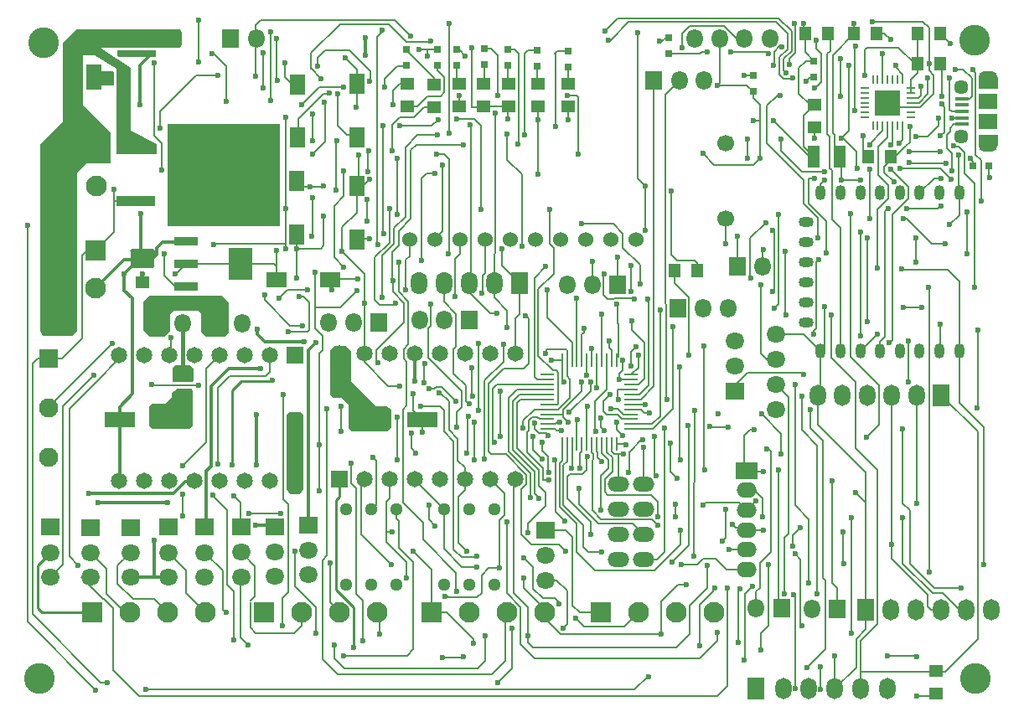
<source format=gtl>
G04*
G04 #@! TF.GenerationSoftware,Altium Limited,Altium Designer,18.1.6 (161)*
G04*
G04 Layer_Physical_Order=1*
G04 Layer_Color=255*
%FSTAX24Y24*%
%MOIN*%
G70*
G01*
G75*
%ADD13C,0.0080*%
%ADD16R,0.0750X0.0590*%
%ADD17R,0.0530X0.0160*%
%ADD18O,0.0750X0.0480*%
%ADD19R,0.0787X0.0591*%
%ADD20R,0.0591X0.0787*%
%ADD21R,0.1240X0.0630*%
%ADD22R,0.0500X0.0870*%
%ADD23R,0.0500X0.0550*%
%ADD24R,0.1540X0.0390*%
%ADD25R,0.4510X0.4110*%
%ADD26R,0.0550X0.0500*%
%ADD27O,0.0800X0.0600*%
%ADD28R,0.0850X0.0650*%
%ADD29R,0.0315X0.0315*%
%ADD30R,0.0315X0.0315*%
%ADD31R,0.0630X0.1004*%
%ADD32R,0.0080X0.0380*%
%ADD33R,0.0380X0.0080*%
%ADD34O,0.0400X0.0600*%
%ADD35O,0.0600X0.0400*%
%ADD36O,0.0600X0.0400*%
%ADD37R,0.0580X0.0090*%
%ADD38R,0.0090X0.0580*%
%ADD39R,0.0980X0.1260*%
%ADD40R,0.0980X0.0350*%
%ADD55R,0.1000X0.1000*%
%ADD86C,0.0130*%
%ADD87C,0.0120*%
%ADD88C,0.0100*%
%ADD89C,0.0138*%
%ADD90C,0.0150*%
%ADD91C,0.0827*%
%ADD92R,0.0827X0.0827*%
%ADD93C,0.0570*%
%ADD94C,0.0240*%
%ADD95R,0.0827X0.0827*%
%ADD96O,0.0750X0.0650*%
%ADD97R,0.0750X0.0650*%
%ADD98O,0.0650X0.0750*%
%ADD99R,0.0650X0.0750*%
%ADD100C,0.1220*%
%ADD101C,0.0650*%
%ADD102R,0.0650X0.0650*%
%ADD103C,0.0600*%
%ADD104O,0.0860X0.0600*%
%ADD105C,0.0512*%
%ADD106C,0.0669*%
%ADD107O,0.0650X0.0900*%
%ADD108R,0.0650X0.0900*%
%ADD109O,0.0650X0.0850*%
%ADD110R,0.0650X0.0850*%
%ADD111O,0.0650X0.0850*%
%ADD112R,0.0650X0.0850*%
%ADD113C,0.0768*%
%ADD114R,0.0768X0.0768*%
%ADD115C,0.0236*%
%ADD116C,0.0240*%
G36*
X01455Y03467D02*
Y034175D01*
X01448Y03407D01*
X01137D01*
Y034022D01*
X01254Y033253D01*
X01254Y030745D01*
X013565Y03021D01*
Y029825D01*
X013545Y029805D01*
X011991Y029805D01*
X011965Y029846D01*
X011965Y033233D01*
X011109Y033756D01*
X01064D01*
X01064Y03176D01*
X011725Y030675D01*
X01173D01*
Y029445D01*
X010756D01*
X010396Y029085D01*
Y022785D01*
X010197Y022599D01*
X009039D01*
X008916Y022785D01*
Y030195D01*
X00941Y030675D01*
X011725D01*
X00941Y030675D01*
X00983Y031095D01*
Y034245D01*
X01036Y034775D01*
X010758D01*
X01076Y03478D01*
X01448D01*
X01455Y03467D01*
D02*
G37*
G36*
X01353Y033954D02*
Y033703D01*
X013515Y0337D01*
X012025D01*
X011995Y033769D01*
Y033928D01*
X01201Y033965D01*
X01349D01*
X01353Y033954D01*
D02*
G37*
G36*
X011875Y033065D02*
Y032595D01*
X011835Y032555D01*
X010997Y032555D01*
X010992Y033105D01*
X011835D01*
X011875Y033065D01*
D02*
G37*
G36*
X047015Y032436D02*
X046265D01*
Y032896D01*
X047015D01*
Y032436D01*
D02*
G37*
G36*
Y03014D02*
X046265D01*
Y0306D01*
X047015D01*
Y03014D01*
D02*
G37*
G36*
X013484Y025972D02*
X013471Y025315D01*
X013412Y025272D01*
X012551Y025278D01*
X012515Y025315D01*
Y025968D01*
X012509Y025974D01*
X012577Y026042D01*
X013409D01*
X013484Y025972D01*
D02*
G37*
G36*
X016437Y023925D02*
Y022715D01*
X016265Y022543D01*
X015507D01*
X015343Y022749D01*
Y023453D01*
X015219Y023577D01*
X014226Y023577D01*
X01408Y023431D01*
X01408Y022778D01*
X013862Y02256D01*
X013288D01*
X013041Y022807D01*
Y02394D01*
X013255Y024197D01*
X016164Y024197D01*
X016437Y023925D01*
D02*
G37*
G36*
X014888Y021433D02*
X015001Y021319D01*
X015046Y021274D01*
Y020807D01*
X014979Y020748D01*
X014231Y020748D01*
X01418Y020798D01*
X01418Y021312D01*
X014305Y021437D01*
X014888Y021433D01*
D02*
G37*
G36*
X015005Y020401D02*
Y019023D01*
X014889Y018874D01*
X013376D01*
X013258Y019023D01*
Y019227D01*
Y01975D01*
X013366Y019876D01*
X013907D01*
X014175Y020145D01*
Y020314D01*
X014413Y020481D01*
X014952D01*
X015005Y020401D01*
D02*
G37*
G36*
X02128Y022001D02*
Y020774D01*
X022264Y01979D01*
X022683D01*
X022883Y019641D01*
Y018963D01*
X022729Y018783D01*
X021342D01*
X02119Y018935D01*
Y0197D01*
Y01985D01*
X020929Y020111D01*
X020596D01*
X02047Y020259D01*
Y022001D01*
X020637Y0222D01*
X021072D01*
X02128Y022001D01*
D02*
G37*
G36*
X0194Y01945D02*
Y016484D01*
X01926Y016272D01*
X018859D01*
X01874Y016484D01*
Y019467D01*
X018831Y01957D01*
X01928D01*
X0194Y01945D01*
D02*
G37*
D13*
X042657Y029478D02*
X04276D01*
X038945Y035025D02*
X038955D01*
X038978Y035002D01*
X041575Y009225D02*
X044915D01*
X01133Y0088D02*
X01159D01*
X00862Y01151D02*
X01133Y0088D01*
X00862Y01151D02*
Y0215D01*
X01646Y021D02*
X017901D01*
X01598Y02052D02*
X01646Y021D01*
X017901D02*
X01807Y021169D01*
X02418Y02144D02*
X02424Y0215D01*
X025708Y019743D02*
Y020373D01*
X024375Y021706D02*
X025708Y020373D01*
X024375Y021706D02*
Y022882D01*
X02418Y02073D02*
Y02144D01*
X026095Y02131D02*
X026105Y0213D01*
X02231Y0215D02*
Y02201D01*
X024888Y020568D02*
X02489Y02057D01*
X024691Y020568D02*
X024888D01*
X024608Y020485D02*
X024691Y020568D01*
X024405Y020485D02*
X024608D01*
X015542Y021302D02*
X01607Y02183D01*
X015542Y018352D02*
Y021302D01*
X014612Y017422D02*
X015542Y018352D01*
X01598Y0175D02*
Y02052D01*
X01579Y016229D02*
Y01624D01*
Y016229D02*
X01636Y015659D01*
X029687Y020753D02*
Y02162D01*
X031853Y0183D02*
X03227D01*
X023125Y033335D02*
X02351D01*
X02346Y02443D02*
X02347Y02442D01*
X01869Y02763D02*
X018705Y027645D01*
X020038Y018248D02*
Y021888D01*
X020175Y022025D01*
X01975Y026605D02*
Y02808D01*
X019715Y02657D02*
X01975Y026605D01*
X01911Y02604D02*
X01913Y02602D01*
X02008Y02607D02*
X02019Y02618D01*
X01914Y02607D02*
X02008D01*
X033274Y019074D02*
X033595Y019395D01*
Y02362D01*
X033838Y02009D02*
Y023825D01*
X03378Y023883D02*
X033838Y023825D01*
X032465Y022835D02*
Y02319D01*
Y022835D02*
X032978Y022322D01*
X032504Y024103D02*
X032553Y024054D01*
X031882Y023081D02*
Y023848D01*
X031865Y023865D02*
X031882Y023848D01*
X031766Y024103D02*
X032504D01*
X031717Y024054D02*
X031766Y024103D01*
X031511Y024054D02*
X031717D01*
X03186Y021707D02*
X03192Y021767D01*
X03186Y021647D02*
Y021707D01*
X031882Y023081D02*
X03192Y023043D01*
Y021767D02*
Y023043D01*
X04226Y028999D02*
Y03011D01*
X031335Y02423D02*
Y025115D01*
X03303Y024045D02*
X033138Y023937D01*
X020445Y024822D02*
X02054Y024727D01*
X031335Y02423D02*
X031511Y024054D01*
X032428Y02437D02*
Y025372D01*
X03761Y02188D02*
Y02463D01*
X031258Y021624D02*
Y023458D01*
Y021624D02*
X031262Y02162D01*
X011169Y03006D02*
Y030181D01*
X010329Y031021D02*
X011169Y030181D01*
X010329Y031021D02*
Y033909D01*
X01057Y01298D02*
X011437Y012113D01*
X01183Y009285D02*
Y011751D01*
X011468Y012113D02*
X01183Y011751D01*
X011437Y012113D02*
X011468D01*
X01183Y009285D02*
X012855Y00826D01*
X045587Y032015D02*
X045885D01*
X04Y022048D02*
X04002Y022028D01*
X029621Y010712D02*
X03363D01*
X02816Y01255D02*
Y01298D01*
X021055Y03366D02*
X02152Y033195D01*
X03196Y02086D02*
Y021077D01*
Y02086D02*
X031974Y020846D01*
X03196Y021077D02*
X03209Y021208D01*
X033355Y01711D02*
X03343Y017035D01*
X033355Y01711D02*
Y018575D01*
X03437Y01771D02*
Y02136D01*
Y01771D02*
X03441Y01767D01*
X034705Y019015D02*
X03473Y01899D01*
Y01426D02*
Y01899D01*
X03133Y020001D02*
X03158Y020251D01*
X03133Y01959D02*
Y020001D01*
X030982Y01879D02*
Y019989D01*
X031459Y020466D01*
Y02162D01*
X038195Y035075D02*
X038658Y034612D01*
X038342Y033675D02*
X038658Y033991D01*
Y034612D01*
X02352Y00986D02*
X02377Y01011D01*
X021005Y00986D02*
X02352D01*
X0422Y03462D02*
X042513D01*
X042755Y034378D01*
X02824Y0234D02*
X02835Y02329D01*
X02824Y0234D02*
X028261D01*
X0292Y026246D02*
Y02763D01*
X02952Y01988D02*
Y021137D01*
X029326Y021208D02*
X02945D01*
X02952Y021137D01*
X02505Y01227D02*
X025148Y012172D01*
X026292D02*
X02649Y01237D01*
X025148Y012172D02*
X026292D01*
X02319Y01417D02*
X02377Y01359D01*
Y01011D02*
Y01359D01*
X02349Y01298D02*
Y013584D01*
X0227Y014374D02*
X02349Y013584D01*
Y01298D02*
X023505Y012965D01*
X0217Y01468D02*
X0229Y01348D01*
X0217Y01468D02*
Y01675D01*
X024492Y011575D02*
Y013271D01*
X02375Y014013D02*
X024492Y013271D01*
X02557Y01434D02*
X02589Y01402D01*
X02557Y01434D02*
Y01619D01*
X02746Y017879D02*
X028275Y017064D01*
X026873Y017879D02*
X02746D01*
X02676Y017992D02*
X026873Y017879D01*
X03335Y01326D02*
X03439Y0143D01*
Y01484D01*
X033488Y01506D02*
X033495D01*
X033268Y01528D02*
X033488Y01506D01*
X031243Y01528D02*
X033268D01*
X03419Y01538D02*
Y0159D01*
Y015345D02*
Y01538D01*
X033238Y01627D02*
X033505Y016003D01*
Y01538D02*
Y016003D01*
X030985Y01326D02*
X03335D01*
X032178Y01103D02*
X032722Y011575D01*
X03056Y01103D02*
X032178D01*
X03024Y01135D02*
X03056Y01103D01*
X02972Y01095D02*
X0299Y01113D01*
X03193Y01789D02*
X03211D01*
X031758D02*
X03193D01*
X03211D02*
X03212Y0179D01*
X03193Y0167D02*
Y01789D01*
X031656Y017992D02*
Y0183D01*
Y017992D02*
X031758Y01789D01*
X033748Y01812D02*
Y018922D01*
X037177Y018845D02*
X037345D01*
X036946Y018614D02*
X037177Y018845D01*
X036946Y017306D02*
Y018614D01*
X037825Y021665D02*
X038185D01*
X03761Y02188D02*
X037825Y021665D01*
X038185D02*
X0382Y02165D01*
X0175Y03293D02*
Y034965D01*
X04141Y02926D02*
Y029919D01*
X04589Y02965D02*
X046035Y029505D01*
X0408Y03045D02*
X04109Y03074D01*
Y033361D01*
X040879Y03045D02*
X04141Y029919D01*
X0408Y03045D02*
X040879D01*
X02018Y02855D02*
Y02856D01*
X02015Y02852D02*
X02018Y02855D01*
X03938Y03271D02*
X03956Y03289D01*
X01966Y02852D02*
X02015D01*
X0367Y01249D02*
X03676Y01255D01*
X01986Y02371D02*
Y02513D01*
Y0229D02*
Y02371D01*
X019865Y023715D01*
X020865D01*
X02153Y02438D01*
X01986Y0229D02*
X020175Y022585D01*
X01887Y023D02*
X01935D01*
X01785Y02402D02*
X01887Y023D01*
X01785Y02402D02*
Y02423D01*
X01964Y02281D02*
Y02392D01*
X019575Y022745D02*
X01964Y02281D01*
X018795Y022745D02*
X019575D01*
X02858Y024897D02*
X029045Y025363D01*
X038115Y024435D02*
Y02679D01*
X02858Y02097D02*
Y024897D01*
X03779Y0339D02*
X03788Y03381D01*
X025185Y030665D02*
Y03505D01*
X01201Y01345D02*
X01252Y01396D01*
X01201Y01273D02*
Y01345D01*
Y01273D02*
X012617Y012123D01*
X01402Y01397D02*
X01474Y01325D01*
Y01234D02*
Y01325D01*
Y01234D02*
X0155Y01158D01*
X0162Y011695D02*
Y01324D01*
Y011695D02*
X016315Y01158D01*
X01547Y01397D02*
X0162Y01324D01*
X01636Y01269D02*
Y015659D01*
Y01269D02*
X016615Y012435D01*
X019337Y011067D02*
Y011575D01*
X01903Y01076D02*
X019337Y011067D01*
X017506Y01076D02*
X01903D01*
X017293Y010973D02*
X017506Y01076D01*
X017293Y010973D02*
Y012002D01*
X02815Y01297D02*
X02816Y01298D01*
X0169Y01059D02*
Y013D01*
Y01059D02*
X01719Y0103D01*
X012617Y012123D02*
X013457D01*
X01093Y01396D02*
X01156Y01333D01*
Y01232D02*
Y01333D01*
Y01232D02*
X0123Y01158D01*
X013457Y012123D02*
X014Y01158D01*
X029105Y023305D02*
Y024445D01*
X026525Y0243D02*
Y025003D01*
X02798Y02344D02*
Y02469D01*
X02783Y02329D02*
X02798Y02344D01*
X033138Y020628D02*
Y023937D01*
X032765Y020255D02*
X033138Y020628D01*
X03243Y019074D02*
X033274D01*
X03243Y018877D02*
X033304D01*
X036946Y017306D02*
X03702Y017232D01*
X03706Y017192D01*
X037698D01*
X028725Y029025D02*
Y031713D01*
X02112Y03059D02*
X02152D01*
X02434Y033995D02*
X02474D01*
X024005D02*
X02434D01*
Y03372D02*
Y033995D01*
X0246Y03259D02*
Y03285D01*
X02351Y03394D02*
X0246Y03285D01*
X02351Y03394D02*
Y033975D01*
X032565Y008515D02*
X033115Y009065D01*
X04017Y01013D02*
Y01284D01*
X039435Y009395D02*
X04017Y01013D01*
X04156Y00921D02*
Y01045D01*
Y00854D02*
Y00921D01*
X041575Y009225D01*
X044915D02*
X046222Y010532D01*
Y018777D01*
X044778Y02022D02*
X046222Y018777D01*
X04226Y028999D02*
X042665Y028594D01*
X042512Y029098D02*
X04289Y02872D01*
X04314Y02928D02*
X043168Y029252D01*
X044718D01*
X04348Y02998D02*
X04354Y02992D01*
X04473Y02991D02*
X04474Y02992D01*
X04348Y02991D02*
X04473D01*
X032823Y020058D02*
X03334Y020575D01*
Y03275D01*
X03805Y02437D02*
X038115Y024435D01*
X03756Y031165D02*
Y03178D01*
Y02965D02*
Y031165D01*
X037555Y03117D02*
X03756Y031165D01*
X03731Y03117D02*
X037555D01*
X026525Y025003D02*
X02662Y025098D01*
X03935Y03388D02*
X03971Y03352D01*
X03935Y03388D02*
Y03462D01*
X018778Y024408D02*
X019538D01*
X019565Y024435D01*
X031065Y020513D02*
Y02162D01*
X03106Y020519D02*
Y02053D01*
Y020519D02*
X031065Y020513D01*
X027215Y018595D02*
Y02038D01*
X02723Y020395D01*
X027089Y020649D02*
X02911D01*
X02692Y02048D02*
X027089Y020649D01*
X02692Y01844D02*
Y02048D01*
X02551Y031225D02*
X025513Y031228D01*
X02313Y027405D02*
Y02964D01*
X022433Y02383D02*
X023075D01*
X02282Y026301D02*
Y027665D01*
X02224Y025721D02*
X02282Y026301D01*
X02345Y027328D02*
Y03009D01*
X02301Y026888D02*
X02345Y027328D01*
X022552Y026678D02*
Y030912D01*
X02258Y03094D01*
X022552Y026678D02*
X02258Y02665D01*
X02489Y02057D02*
X02547Y01999D01*
X02518Y018852D02*
Y01999D01*
X02484Y02033D02*
X02518Y01999D01*
X0262Y0177D02*
Y019155D01*
X026195Y017695D02*
X0262Y0177D01*
X02312Y019348D02*
X023124Y019351D01*
X02312Y01766D02*
Y019348D01*
X01969Y03384D02*
X020848Y034998D01*
X01969Y033235D02*
Y03384D01*
Y033235D02*
X019692Y033238D01*
X0201Y03283D01*
X02277Y0206D02*
X023215D01*
X023512Y01981D02*
Y021569D01*
X02376Y019619D02*
Y0203D01*
X02405Y01979D02*
X024839D01*
X023369Y015945D02*
Y019667D01*
X02973Y02077D02*
X02976D01*
X02997Y01954D02*
X03082Y02039D01*
X02991Y01916D02*
X02993D01*
X023032Y035158D02*
X02366Y03453D01*
X017693Y035158D02*
X023032D01*
X0175Y034965D02*
X017693Y035158D01*
X018087Y031943D02*
Y0347D01*
Y031943D02*
X01809Y03194D01*
X018325Y032765D02*
Y03441D01*
Y032765D02*
X01835Y03274D01*
X01867Y0329D02*
Y03344D01*
X022785Y034998D02*
X023491Y034292D01*
X020848Y034998D02*
X022785D01*
X022525Y034695D02*
Y03476D01*
X022332Y034502D02*
X022525Y034695D01*
X03135Y025045D02*
Y0251D01*
X031335Y025115D02*
X03135Y0251D01*
X038309Y023869D02*
Y027409D01*
X03812Y02368D02*
X038309Y023869D01*
X03806Y02679D02*
X038115D01*
X040403Y023421D02*
Y023436D01*
Y021727D02*
Y023421D01*
X038547Y025963D02*
X03856Y02595D01*
X00842Y01121D02*
X01113Y0085D01*
X00842Y01121D02*
Y02698D01*
X011865Y02796D02*
Y028415D01*
Y026715D02*
Y02796D01*
X011866Y027961D02*
X012735D01*
X011865Y02796D02*
X011866Y027961D01*
X013455Y030555D02*
Y03347D01*
Y030555D02*
X01377Y03024D01*
X013695Y03087D02*
Y031505D01*
X01513Y03294D01*
X02993Y0312D02*
Y03172D01*
X029415Y030915D02*
Y033815D01*
X02941Y03382D02*
X029415Y033815D01*
X02941Y03382D02*
X02951Y03392D01*
X028725Y029025D02*
X028726Y029024D01*
X027525Y031685D02*
X02755Y03171D01*
X027525Y03121D02*
Y031685D01*
X01861Y016101D02*
X018812Y015899D01*
X01861Y016101D02*
Y020265D01*
X020175Y022025D02*
Y022585D01*
X020038Y01642D02*
Y018248D01*
X034756Y010731D02*
Y011841D01*
X034216Y010191D02*
X034756Y010731D01*
X033536Y010191D02*
X034216D01*
X02853Y01019D02*
X033535D01*
X033536Y010191D01*
X035455Y01347D02*
X03546Y013465D01*
Y012545D02*
Y013465D01*
X034756Y011841D02*
X03546Y012545D01*
X01312Y008525D02*
X01313Y008515D01*
X032565D01*
X0357Y01243D02*
Y01257D01*
X033115Y009012D02*
Y009065D01*
X01057Y01298D02*
X01093D01*
X012855Y00826D02*
X03586D01*
X036266Y008666D01*
X03363Y01201D02*
X03431Y01269D01*
X034645D01*
X02877Y018712D02*
X029048D01*
X02861Y018873D02*
X02877Y018712D01*
X029128Y017108D02*
Y017793D01*
X030667Y01724D02*
Y01779D01*
X0307D01*
X030982Y01879D02*
X03102D01*
X03056Y022725D02*
Y0229D01*
X030475Y02264D02*
X03056Y022725D01*
X030475Y02162D02*
Y02264D01*
X031656Y02162D02*
Y022014D01*
X03156Y02211D02*
X031656Y022014D01*
X03156Y02211D02*
Y022375D01*
X03378Y023883D02*
Y03218D01*
X032416Y021394D02*
Y021944D01*
Y021394D02*
X03242Y02139D01*
X032416Y021944D02*
X03262Y022148D01*
X043275Y02371D02*
X044007D01*
X044044Y023674D01*
X04Y022048D02*
X040122Y02217D01*
Y02375D01*
X04376Y02551D02*
Y026475D01*
X043229Y025225D02*
X045015D01*
X043184Y02527D02*
X043229Y025225D01*
X04326Y02725D02*
X0434D01*
X04438Y02627D01*
X04492D01*
X04579Y027485D02*
X04581Y027505D01*
X04579Y02584D02*
Y027485D01*
X04464Y02764D02*
X04476Y02776D01*
X04338Y02764D02*
X04464D01*
X0461Y02451D02*
Y02866D01*
X046133Y024512D02*
X046135Y02451D01*
X04581Y027505D02*
X045845D01*
X045698Y029762D02*
Y029902D01*
X045479Y030121D02*
X045698Y029902D01*
X045279Y030121D02*
X045479D01*
X045702Y029058D02*
X0461Y02866D01*
X045698Y029762D02*
X045702Y029759D01*
Y029058D02*
Y029759D01*
X04546Y028305D02*
X045485Y02828D01*
X04546Y028305D02*
Y0298D01*
X044035Y0351D02*
X04428Y034855D01*
Y03341D02*
Y034855D01*
Y033147D02*
Y03341D01*
Y033147D02*
X044468Y032959D01*
X033565Y034305D02*
X033665D01*
X033825Y034465D01*
X031905Y035235D02*
X038298D01*
X0314Y03473D02*
X031905Y035235D01*
X01298Y02471D02*
X01299Y02472D01*
Y02507D01*
X01114Y02599D02*
X011865Y026715D01*
X010785Y02599D02*
X01114D01*
X01059Y025795D02*
X010785Y02599D01*
X01059Y0225D02*
Y025795D01*
X032968Y019862D02*
X03298Y01985D01*
X03243Y019862D02*
X032968D01*
X0327Y02885D02*
Y03459D01*
Y02885D02*
X033Y02855D01*
X01723Y01552D02*
X01842D01*
X01459Y016258D02*
X014612Y01628D01*
X01459Y01541D02*
Y016258D01*
X032358Y017962D02*
X032908Y018512D01*
X028802Y019271D02*
X02911D01*
X028709Y019365D02*
X028802Y019271D01*
X028292Y018745D02*
X028372Y018825D01*
X02813Y019209D02*
X028585Y019665D01*
X02813Y01893D02*
Y019209D01*
X028372Y018825D02*
Y019225D01*
X028585Y019665D02*
X02911D01*
X028511Y019365D02*
X028709D01*
X028372Y019225D02*
X028511Y019365D01*
X02861Y018873D02*
Y019126D01*
X027892Y01813D02*
Y019912D01*
X027732Y018064D02*
Y020002D01*
X027572Y017997D02*
Y020112D01*
X027912Y020452D01*
X027572Y017997D02*
X028435Y017134D01*
X027732Y020002D02*
X027985Y020255D01*
X027732Y018064D02*
X028595Y017201D01*
X027892Y019912D02*
X028038Y020058D01*
X027892Y01813D02*
X028755Y017267D01*
X025932Y017962D02*
Y019367D01*
X02596Y019395D01*
X02234Y02153D02*
X02235D01*
X02231Y0215D02*
X02234Y02153D01*
X02479Y02033D02*
X02484D01*
X025375Y022068D02*
X025455Y022148D01*
X025375Y0211D02*
Y022068D01*
X026373Y019648D02*
Y022278D01*
X02183Y02154D02*
X02277Y0206D01*
X022528Y024128D02*
Y025783D01*
X02301Y026265D01*
X02184Y02389D02*
Y02506D01*
X02094Y02596D02*
X02184Y02506D01*
X01869Y02607D02*
Y02626D01*
X01587D02*
X01869D01*
X00927Y01977D02*
X01178Y02228D01*
X00927Y019728D02*
Y01977D01*
X02438Y015295D02*
X024645Y01503D01*
X02438Y015295D02*
Y01585D01*
X02319Y01417D02*
Y01522D01*
X0227Y014374D02*
Y01479D01*
X01842Y01552D02*
X01846Y01548D01*
X02062Y009767D02*
Y010285D01*
Y009767D02*
X021035Y009352D01*
X020158Y009727D02*
X020765Y00912D01*
X020158Y009727D02*
Y013665D01*
X044282Y013208D02*
X044295Y013195D01*
X044282Y013208D02*
Y024477D01*
X04021Y0259D02*
Y02717D01*
X045015Y025225D02*
X045485Y024755D01*
X042818Y022418D02*
Y027415D01*
X043281Y027878D01*
X043287D02*
X043453Y028043D01*
X043281Y027878D02*
X043287D01*
X032439Y021043D02*
X032718Y021322D01*
X03272Y02132D01*
Y02183D01*
X034745Y021805D02*
Y024109D01*
X032978Y020889D02*
Y022322D01*
X032738Y020649D02*
X032978Y020889D01*
X03025Y021648D02*
Y0241D01*
Y021648D02*
X030278Y02162D01*
X031065Y017978D02*
X031098Y017945D01*
Y017754D02*
Y017945D01*
Y017754D02*
X031262Y01759D01*
X033304Y018877D02*
X03411Y019684D01*
X034255Y01692D02*
X03426D01*
X03399Y017185D02*
X034255Y01692D01*
X03399Y017185D02*
Y01831D01*
X033748Y018922D02*
X03375Y018924D01*
X034945Y013835D02*
X03497Y01961D01*
X03492Y01381D02*
X034945Y013835D01*
X03405Y01358D02*
X03473Y01426D01*
X038535Y014561D02*
X03871Y014736D01*
X038535Y012325D02*
Y014561D01*
X036722Y015955D02*
X03702Y015657D01*
X035385Y015955D02*
X036722D01*
X0353Y01587D02*
X035385Y015955D01*
X026105Y0213D02*
Y02131D01*
Y020205D02*
Y0213D01*
Y020205D02*
X02612Y02019D01*
X02636Y019635D02*
X026373Y019648D01*
X0266Y0177D02*
Y020815D01*
X02676Y017992D02*
Y020695D01*
X025868Y019992D02*
X02598Y01988D01*
X025868Y019992D02*
Y020607D01*
X025512Y019547D02*
X025708Y019743D01*
X025512Y018942D02*
Y019547D01*
X025375Y0211D02*
X025868Y020607D01*
X02815Y021295D02*
X02835Y021495D01*
X02736Y021295D02*
X02815D01*
X02676Y020695D02*
X02736Y021295D01*
X02835Y021495D02*
Y02329D01*
X02735Y021565D02*
Y02227D01*
X0266Y020815D02*
X02735Y021565D01*
X044718Y029252D02*
X04516Y02881D01*
X02462Y02642D02*
X024938Y026738D01*
X04512Y03085D02*
X045276Y031006D01*
X04512Y030707D02*
Y03085D01*
X045012Y030599D02*
X04512Y030707D01*
X045012Y030051D02*
Y030599D01*
X012125Y03383D02*
X013359D01*
X013369Y03382D01*
X011094Y032905D02*
X01159D01*
X01107Y032881D02*
X011094Y032905D01*
X011086Y034259D02*
X014054D01*
X012075Y030699D02*
Y03327D01*
X011086Y034259D02*
X012075Y03327D01*
X01107Y034259D02*
X011086D01*
X010329Y033909D02*
X010679Y034259D01*
X01107D01*
X012075Y030699D02*
X012735Y030039D01*
X014054Y034259D02*
X01436Y034565D01*
X04024Y033815D02*
X04035Y033925D01*
X04024Y030625D02*
Y033815D01*
Y030625D02*
X04034Y030525D01*
X04045Y03377D02*
X0413Y03462D01*
X04045Y03067D02*
Y03377D01*
Y03067D02*
X04052Y0306D01*
X031485Y01627D02*
X033238D01*
X03138Y016375D02*
X031485Y01627D01*
X03138Y016375D02*
Y016888D01*
X029997Y017082D02*
X030509D01*
X029901Y016986D02*
X029997Y017082D01*
X029901Y01611D02*
Y016986D01*
X030509Y017082D02*
X030667Y01724D01*
X029581Y017504D02*
X029687Y017611D01*
X029581Y015789D02*
Y017504D01*
X029741Y017438D02*
X029884Y017581D01*
X030088Y011866D02*
Y014597D01*
X029835Y01485D02*
X030088Y014597D01*
X02903Y01485D02*
X029835D01*
X01907Y01683D02*
Y019381D01*
X013375Y020645D02*
X013393Y020627D01*
X015244D01*
X018812Y012382D02*
Y015899D01*
X01857Y01214D02*
X018812Y012382D01*
X01907Y019381D02*
X019094Y019357D01*
Y01929D02*
Y019357D01*
X02089Y018778D02*
Y01978D01*
X02089Y01978D01*
X01407Y02183D02*
X014115Y021875D01*
Y022513D01*
X01386Y02499D02*
X014292Y024558D01*
X01474D01*
X01459Y02308D02*
X014631Y023121D01*
X025185Y030665D02*
X02519Y03066D01*
X01522Y03349D02*
Y03515D01*
X024422Y034292D02*
X02445Y03432D01*
X04128Y03464D02*
Y03503D01*
X03931Y03466D02*
Y03502D01*
Y03466D02*
X03935Y03462D01*
X03706Y02964D02*
Y03042D01*
Y0296D02*
Y02964D01*
X038298Y035235D02*
X038818Y034715D01*
X045276Y031006D02*
X04558D01*
X045152Y031262D02*
X045587D01*
X04519Y03151D02*
X045587D01*
X04558Y032022D02*
X045587Y032015D01*
X045885D02*
X045985Y032115D01*
Y032845D01*
X04525Y03015D02*
X045279Y030121D01*
X045198Y029168D02*
Y029865D01*
X045012Y030051D02*
X045198Y029865D01*
X045153Y03126D02*
X045188D01*
X044888Y030701D02*
Y031686D01*
X04511Y03159D02*
Y03285D01*
Y03159D02*
X04519Y03151D01*
X04479Y031784D02*
Y03181D01*
X043916Y031673D02*
X044468Y032226D01*
X04423Y032214D02*
Y03286D01*
X043886Y03187D02*
X04423Y032214D01*
X04396Y03217D02*
Y03252D01*
X043857Y032067D02*
X04396Y03217D01*
X04478Y03213D02*
Y03337D01*
X04479Y031784D02*
X044888Y031686D01*
X04465Y03094D02*
Y03125D01*
X044235Y030525D02*
X04465Y03094D01*
X045152Y031262D02*
X045153Y03126D01*
X044739Y030553D02*
X044888Y030701D01*
X046145Y029795D02*
Y033065D01*
X04563Y0332D02*
X045985Y032845D01*
X046145Y029795D02*
X04636Y02958D01*
X04602Y03319D02*
X046145Y033065D01*
X02202Y02881D02*
X02203D01*
X021773Y028563D02*
X02202Y02881D01*
X02152Y028563D02*
X021773D01*
X04204Y0351D02*
X044035D01*
X032358Y017184D02*
Y017962D01*
X03232Y017146D02*
X032358Y017184D01*
X0307Y01778D02*
Y01779D01*
X030868Y017948D02*
Y0183D01*
Y017948D02*
X030938Y017879D01*
Y017681D02*
Y017879D01*
X031065Y017978D02*
Y0183D01*
X031262Y017927D02*
Y0183D01*
Y017927D02*
X03152Y017669D01*
X030475Y017992D02*
Y0183D01*
X03041Y017927D02*
X030475Y017992D01*
X03041Y01732D02*
Y017927D01*
X03005Y01733D02*
X030081Y017361D01*
Y0183D01*
X02916Y01714D02*
Y01717D01*
X029128Y017108D02*
X02916Y01714D01*
X028292Y017956D02*
X028915Y017333D01*
Y016875D02*
Y017333D01*
X028755Y016625D02*
Y017267D01*
X028595Y016332D02*
Y017201D01*
X028435Y016165D02*
Y017134D01*
X028275Y016696D02*
Y017064D01*
X02894Y01685D02*
X02917D01*
X028915Y016875D02*
X02894Y01685D01*
X029421Y015599D02*
Y017639D01*
X029741Y015855D02*
Y017438D01*
X03035Y015889D02*
X031119Y01512D01*
X03035Y015889D02*
Y01651D01*
X029901Y01611D02*
X03082Y015191D01*
X030542Y0142D02*
Y015054D01*
X029741Y015855D02*
X030542Y015054D01*
X030265Y01398D02*
Y015105D01*
X029581Y015789D02*
X030265Y015105D01*
X03088Y017624D02*
X030938Y017681D01*
X03088Y01747D02*
Y017624D01*
X03152Y01732D02*
Y017669D01*
X03168Y017188D02*
Y017742D01*
X029884Y017581D02*
Y0183D01*
X029687Y017611D02*
Y0183D01*
X0294Y01766D02*
X029421Y017639D01*
X02889Y018032D02*
X029128Y017793D01*
X02853Y018055D02*
X02889Y017695D01*
X031459Y017963D02*
Y0183D01*
Y017963D02*
X03168Y017742D01*
X03243Y020649D02*
X032738D01*
X031974Y020846D02*
X03243D01*
X03191Y020092D02*
Y020452D01*
Y020092D02*
X031942Y02006D01*
X03191Y020452D02*
X03243D01*
X02692Y01844D02*
X027012Y018348D01*
X02853Y018055D02*
Y0186D01*
X029048Y018712D02*
X02913Y01863D01*
X028292Y017956D02*
Y018745D01*
X02889Y018032D02*
Y01834D01*
X029477Y01882D02*
X02966D01*
X028038Y020058D02*
X02911D01*
X029559Y01914D02*
X029594D01*
X028079Y0165D02*
X028275Y016696D01*
X03911Y03223D02*
Y03324D01*
Y03223D02*
X03956Y03178D01*
X03911Y03324D02*
X03939Y03352D01*
X04519Y02916D02*
X045198Y029168D01*
X03082Y02039D02*
Y02074D01*
X03133Y01959D02*
X031478Y019442D01*
X03046Y02077D02*
X03047Y02076D01*
Y020377D02*
Y02076D01*
X029732Y019639D02*
X03047Y020377D01*
X029884Y020983D02*
X03Y020867D01*
Y020133D02*
Y020867D01*
X029531Y019665D02*
X03Y020133D01*
X029884Y020983D02*
Y02162D01*
X0297Y02074D02*
X02973Y02077D01*
X03186Y01887D02*
Y01915D01*
X032076Y019271D02*
X03243D01*
X031905Y019442D02*
X032076Y019271D01*
X032122Y019468D02*
X03243D01*
X03191Y01968D02*
X032122Y019468D01*
X031478Y019442D02*
X031905D01*
X031619Y01968D02*
X03191D01*
X02615Y01036D02*
Y01052D01*
X025095Y011575D02*
X02615Y01052D01*
X024492Y011575D02*
X025095D01*
X04436Y01169D02*
X04477D01*
X04422Y01183D02*
X04436Y01169D01*
X04422Y01183D02*
Y0123D01*
X045499Y01169D02*
X04577D01*
X044839Y01235D02*
X045499Y01169D01*
X04442Y01235D02*
X044839D01*
X04324Y01353D02*
X04442Y01235D01*
X04454Y00825D02*
X04455Y00824D01*
X04378Y00825D02*
X04454D01*
X04378Y00984D02*
X04379Y00983D01*
X04262Y00984D02*
X04378D01*
X04053Y00986D02*
X04054Y00985D01*
Y00854D02*
Y00985D01*
Y00854D02*
X04138Y00938D01*
Y010525D01*
X04177Y010915D01*
Y01169D01*
X039973Y020336D02*
Y021981D01*
X039857Y02022D02*
X039973Y020336D01*
X039857Y019053D02*
Y02022D01*
Y019053D02*
X04177Y01714D01*
X039973Y021981D02*
X04002Y022028D01*
X039294Y02266D02*
X039973Y021981D01*
X0382Y02266D02*
X039294D01*
X04177Y01595D02*
Y01714D01*
X04137Y01635D02*
X04177Y01595D01*
Y01169D02*
Y01595D01*
X037312Y029402D02*
X03756Y02965D01*
X035302Y02984D02*
X03574Y029402D01*
X037312D01*
X03838Y02996D02*
X03922Y02912D01*
X03838Y02996D02*
Y03043D01*
X03922Y02912D02*
X04012D01*
X03931Y03013D02*
X03971Y02973D01*
X03931Y03013D02*
Y03135D01*
X03953Y02973D02*
X03971D01*
X03809Y03117D02*
X03953Y02973D01*
X029846Y02205D02*
X029884Y022012D01*
Y02162D02*
Y022012D01*
X02357Y022249D02*
Y023963D01*
X023385Y022064D02*
X02357Y022249D01*
X02319Y024343D02*
X02357Y023963D01*
X023385Y021696D02*
Y022064D01*
X023369Y019667D02*
X023512Y01981D01*
X023385Y021696D02*
X023512Y021569D01*
X02034Y013847D02*
Y01753D01*
X020158Y013665D02*
X02034Y013847D01*
X01988Y01077D02*
Y0118D01*
X02383Y016838D02*
X024995Y015673D01*
X023369Y015945D02*
X02415Y015164D01*
Y01448D02*
Y015164D01*
Y01448D02*
X02547Y01316D01*
X02308Y015658D02*
X023095Y015673D01*
X02308Y01533D02*
Y015658D01*
Y01533D02*
X02319Y01522D01*
X023095Y015673D02*
X02319Y015578D01*
X02942Y018877D02*
X029477Y01882D01*
X02911Y018877D02*
X02942D01*
X029832Y019238D02*
X02991Y01916D01*
X029832Y019238D02*
Y019238D01*
X029732Y019338D02*
X029832Y019238D01*
X029732Y019338D02*
Y019448D01*
X02911Y019468D02*
X029712D01*
X030265Y01398D02*
X030985Y01326D01*
X04324Y01593D02*
X04352Y01565D01*
Y01352D02*
Y01565D01*
Y01352D02*
X04449Y01255D01*
X04281Y01371D02*
X04422Y0123D01*
X04281Y01371D02*
Y0143D01*
X04324Y01353D02*
Y01534D01*
X03088Y01747D02*
X030882Y017469D01*
Y015641D02*
Y017469D01*
Y015641D02*
X031243Y01528D01*
X03122Y01702D02*
X03152Y01732D01*
X03122Y01564D02*
Y01702D01*
X03138Y016888D02*
X03168Y017188D01*
X029712Y019468D02*
X029732Y019448D01*
X030672Y021052D02*
Y02162D01*
X03065Y02103D02*
X030672Y021052D01*
X025375Y014095D02*
Y018402D01*
X025Y018777D02*
X025375Y018402D01*
Y014095D02*
X025698Y013772D01*
X025535Y017635D02*
Y018497D01*
Y017635D02*
X02583Y01734D01*
Y01688D02*
Y01734D01*
X02557Y01619D02*
X02584Y01646D01*
Y01687D01*
X02583Y01688D02*
X02584Y01687D01*
X02518Y018852D02*
X025535Y018497D01*
X008817Y021697D02*
X00927D01*
X00862Y0215D02*
X008817Y021697D01*
X009787D02*
X01059Y0225D01*
X00927Y021697D02*
X009787D01*
X036266Y008666D02*
Y012554D01*
X035857Y010447D02*
Y010769D01*
X03517Y00976D02*
X035857Y010447D01*
X02861Y00976D02*
X03517D01*
X02832Y0104D02*
X02853Y01019D01*
X03363Y01072D02*
Y01201D01*
X02224Y024023D02*
Y025721D01*
Y024023D02*
X022433Y02383D01*
X02183Y02154D02*
Y02188D01*
X02874Y021793D02*
X029326Y021208D01*
X029502Y019862D02*
X02952Y01988D01*
X02911Y019862D02*
X029502D01*
X02911Y019665D02*
X029531D01*
X027912Y020452D02*
X02911D01*
X02876Y01612D02*
Y016167D01*
X028079Y014674D02*
Y0165D01*
X02776Y01235D02*
Y01681D01*
X02843Y01616D02*
X028435Y016165D01*
X028755Y016625D02*
X02903Y01635D01*
X028595Y016332D02*
X02876Y016167D01*
X028453Y0143D02*
X02957D01*
X028079Y014674D02*
X028453Y0143D01*
X03082Y01468D02*
Y015191D01*
X030742Y014D02*
X031262D01*
X030542Y0142D02*
X030742Y014D01*
X029421Y015599D02*
X02981Y01521D01*
X035802Y013728D02*
X036235Y013295D01*
X03506Y0135D02*
X035288Y013728D01*
X035802D01*
X03606Y01441D02*
X0362Y01455D01*
Y01568D01*
X0292Y026246D02*
X02935Y026096D01*
Y02507D02*
Y026096D01*
X02874Y02446D02*
X02935Y02507D01*
X02809Y02615D02*
Y02901D01*
X0275Y0296D02*
X02809Y02901D01*
X0275Y0296D02*
Y03063D01*
X027042Y025892D02*
Y031448D01*
X027027Y031463D02*
X027042Y031448D01*
X025005Y032286D02*
Y032885D01*
X02474Y03315D02*
X025005Y032885D01*
X02474Y03315D02*
Y033365D01*
X027955Y030235D02*
Y033835D01*
X027809Y033981D02*
X027955Y033835D01*
X02753Y033981D02*
X027809D01*
X028335Y03395D02*
X02871D01*
X02821Y033825D02*
X028335Y03395D01*
X02821Y030598D02*
Y033825D01*
X02951Y03392D02*
X029915D01*
X03034Y029811D02*
Y0321D01*
X03027Y03217D02*
X03034Y0321D01*
X02989Y03217D02*
X03027D01*
X02362Y02577D02*
Y02642D01*
X02346Y02561D02*
X02362Y02577D01*
X02346Y02443D02*
Y02561D01*
X02292Y02996D02*
Y031D01*
X02322Y0313D01*
X023809D01*
X024199Y03169D01*
X02324Y03263D02*
X02353D01*
X022975Y032365D02*
X02324Y03263D01*
X022975Y031785D02*
Y032365D01*
X02297Y03178D02*
X022975Y031785D01*
X02428Y02904D02*
X02463D01*
X02408Y02884D02*
X02428Y02904D01*
X02408Y0256D02*
Y02884D01*
X024938Y026738D02*
Y029382D01*
X024982Y029828D02*
X02519Y02962D01*
X03626Y01256D02*
X036266Y012554D01*
X02712Y00878D02*
X02768Y00934D01*
X016615Y010495D02*
Y012435D01*
X030672Y019782D02*
X03069Y0198D01*
X03378Y03218D02*
X03435Y03275D01*
X03402Y02583D02*
X03426Y02559D01*
X03402Y02583D02*
Y02837D01*
X03506Y02518D02*
Y0255D01*
X03497Y02559D02*
X03506Y0255D01*
X03426Y02559D02*
X03497D01*
X034155Y025175D02*
X03416Y02518D01*
X034155Y024699D02*
Y025175D01*
Y024699D02*
X034745Y024109D01*
X04532Y0332D02*
X04563D01*
X043555Y032773D02*
X04383Y033048D01*
X043555Y032461D02*
Y032773D01*
X04383Y033048D02*
Y03342D01*
X044468Y032226D02*
Y032959D01*
X043555Y03187D02*
X043886D01*
X043555Y031673D02*
X043916D01*
X043555Y032067D02*
X043857D01*
X04076Y03213D02*
Y033609D01*
X04173Y03294D02*
X04174Y03293D01*
X04052Y02994D02*
X04073Y02973D01*
X04052Y02994D02*
Y0306D01*
X043378Y030158D02*
X043515Y030295D01*
Y030925D01*
X043753Y030525D02*
X044235D01*
X04133Y031549D02*
Y03411D01*
X04174Y03297D02*
Y03398D01*
X04183Y03407D01*
X043064D01*
X04244Y032788D02*
Y03382D01*
Y032788D02*
X042443Y032785D01*
X043064Y03407D02*
X043714Y03342D01*
X04383D01*
X042951Y033283D02*
Y033366D01*
X04448Y02885D02*
X04475D01*
X042837Y031673D02*
X043555D01*
X03956Y03289D02*
X03971D01*
X03956Y03178D02*
X03974D01*
X03939Y03352D02*
X03971D01*
X038822Y032832D02*
X03886Y03287D01*
X03874Y03338D02*
Y033621D01*
X038342Y032981D02*
X038491Y032832D01*
X038502Y033609D02*
X038818Y033925D01*
X038502Y033158D02*
X03859Y03307D01*
X038502Y033158D02*
Y033609D01*
X038342Y032981D02*
Y033675D01*
X03859Y03307D02*
X038611D01*
X03641Y0339D02*
X03779D01*
X03525D02*
X03545D01*
X035172Y033822D02*
X03525Y0339D01*
X038118Y033895D02*
X038343Y03412D01*
X038118Y033375D02*
Y033895D01*
X038102Y033358D02*
X038118Y033375D01*
X038491Y032832D02*
X038822D01*
X038262Y032158D02*
X038378D01*
X038363Y0341D02*
X03842D01*
X038818Y033925D02*
Y034715D01*
X038978Y033859D02*
Y035002D01*
X038343Y03412D02*
X038363Y0341D01*
X032335Y035075D02*
X038195D01*
X031618Y034358D02*
X032335Y035075D01*
X03154Y034358D02*
X031618D01*
X023491Y034292D02*
X024422D01*
X02608Y0317D02*
X02609Y03171D01*
Y03407D01*
X03186Y01887D02*
X0321Y01863D01*
X03122Y01896D02*
X03135Y01883D01*
X03122Y01896D02*
Y01931D01*
X030672Y0183D02*
Y019782D01*
X03717Y02492D02*
X0372Y02489D01*
X03717Y02492D02*
Y02648D01*
X03779Y0271D01*
X03928Y02787D02*
Y0288D01*
X03784Y03024D02*
X03928Y0288D01*
X03784Y03024D02*
Y03174D01*
X03826Y03216D01*
X03729Y03205D02*
X03756Y03178D01*
X03974Y03245D02*
X039769D01*
X042951Y033283D02*
X043231Y033003D01*
Y032785D02*
Y033003D01*
X0459Y02966D02*
X04594D01*
X04589Y02965D02*
X0459Y02966D01*
X044249Y02451D02*
X044282Y024477D01*
X02889Y011473D02*
X028992Y011575D01*
X02889Y011443D02*
Y011473D01*
Y011443D02*
X029621Y010712D01*
X02903Y02188D02*
X02906Y02191D01*
Y02205D01*
X029846D01*
X03209Y0216D02*
X03211Y02162D01*
X03209Y021208D02*
Y0216D01*
X029687Y020753D02*
X0297Y02074D01*
X02925Y02162D02*
X029687D01*
X029732Y019488D02*
Y019639D01*
X029712Y019468D02*
X029732Y019488D01*
X03656Y02039D02*
Y02062D01*
X037055Y021115D01*
X039265D01*
X03931Y02107D01*
X03532Y01729D02*
Y02218D01*
X03243Y021043D02*
X032439D01*
X02698Y02469D02*
Y02583D01*
X027042Y025892D01*
X02728Y02539D02*
Y02604D01*
Y02539D02*
X02798Y02469D01*
X029527Y019171D02*
X029559Y01914D01*
X02943Y019074D02*
X029527Y019171D01*
X02911Y019074D02*
X02943D01*
X03532Y01729D02*
X03536Y01725D01*
X03694Y01495D02*
X03702Y01487D01*
X0366Y01495D02*
X03694D01*
X03646Y01509D02*
X0366Y01495D01*
X03375Y01399D02*
Y018118D01*
X03251Y01512D02*
X03293Y0147D01*
X031119Y01512D02*
X03251D01*
X039165Y011105D02*
Y013695D01*
X03895Y01391D02*
X039165Y013695D01*
X03632Y0141D02*
X036337Y014083D01*
X03702D01*
X03886Y01423D02*
Y01466D01*
X03951Y01277D02*
Y0153D01*
X03895Y01586D02*
X03951Y0153D01*
X03895Y01586D02*
Y02066D01*
X03871Y014736D02*
Y02016D01*
X03828Y01189D02*
Y01726D01*
X03886Y01466D02*
X03917Y01497D01*
X03828Y01189D02*
X03842Y01175D01*
X03971Y02265D02*
Y022791D01*
X039813Y022894D01*
Y025533D01*
X0399Y02562D01*
X03801Y014D02*
Y017986D01*
X03755Y01354D02*
X03801Y014D01*
X03705Y01484D02*
X0377D01*
X03702Y01487D02*
X03705Y01484D01*
X04085Y01356D02*
Y01479D01*
Y01356D02*
X04088Y01353D01*
X04449Y01255D02*
X04556D01*
X03447Y03406D02*
Y034619D01*
X033953Y033822D02*
X035172D01*
X03394Y033835D02*
X033953Y033822D01*
X03447Y034619D02*
X034766Y034915D01*
X036144D01*
X036639Y03442D01*
X03694D01*
X03874Y033621D02*
X038978Y033859D01*
X03826Y03216D02*
X038262Y032158D01*
X04133Y03411D02*
X04135Y03413D01*
X0398Y034005D02*
Y03437D01*
X03974Y03046D02*
Y03088D01*
X039973Y028633D02*
X04014Y0288D01*
X03973Y02885D02*
X03974Y02884D01*
X03951Y02885D02*
X03973D01*
X03951Y02787D02*
Y02885D01*
Y02787D02*
X04021Y02717D01*
X03987Y0265D02*
Y02728D01*
X03928Y02787D02*
X03987Y02728D01*
X01995Y03332D02*
X01996Y03333D01*
X02024Y03189D02*
X02026Y03187D01*
Y03032D02*
Y03187D01*
X01977Y02983D02*
X02026Y03032D01*
X019373Y02852D02*
X01966D01*
X01913Y028763D02*
X019373Y02852D01*
X018327Y025353D02*
Y025993D01*
Y02483D02*
Y025353D01*
X01832Y026D02*
X018327Y025993D01*
X04254Y02257D02*
Y02754D01*
X04265Y02765D01*
X04183Y02317D02*
Y02648D01*
X042246Y0253D02*
Y027624D01*
X04156Y0226D02*
Y02673D01*
X04115Y02176D02*
Y02745D01*
X04076Y021981D02*
Y026896D01*
X03856Y02345D02*
Y02595D01*
X02231Y02201D02*
X02341Y02311D01*
X03056Y0229D02*
X03057D01*
X033838Y02009D02*
X033858Y02007D01*
X03411Y019684D02*
Y02297D01*
X033748Y01812D02*
X03375Y018118D01*
X030278Y0183D02*
Y019238D01*
X03028Y01924D01*
X0259Y01793D02*
X025932Y017962D01*
X030868Y02162D02*
X03087Y021622D01*
Y0221D01*
X02341Y02311D02*
Y023887D01*
X02295Y024347D02*
X02341Y023887D01*
X02295Y024347D02*
Y02479D01*
X02307Y023835D02*
Y02389D01*
Y023835D02*
X023075Y02383D01*
X02345Y02442D02*
X02347D01*
X024475Y022982D02*
Y023865D01*
X02447Y02387D02*
X024475Y023865D01*
X02319Y024343D02*
Y025515D01*
X02367Y02724D02*
Y02998D01*
X02319Y02676D02*
X02367Y02724D01*
X02319Y02619D02*
Y02676D01*
X02301Y026265D02*
Y026888D01*
X026208Y031228D02*
X02647Y030966D01*
Y02763D02*
Y030966D01*
X025513Y031228D02*
X026208D01*
X02322Y03096D02*
X02451D01*
X02475Y0312D01*
X02345Y03009D02*
X02394Y03058D01*
X023881Y030191D02*
X02576D01*
X02394Y03058D02*
X02472D01*
X024375Y022882D02*
X024475Y022982D01*
X02918Y02763D02*
X0292D01*
X02605Y02476D02*
Y03098D01*
X02698Y02412D02*
Y02469D01*
X02783Y02188D02*
Y02329D01*
X02874Y021793D02*
Y02446D01*
X0275Y02293D02*
Y0236D01*
X02698Y02412D02*
X0275Y0236D01*
X02683Y02348D02*
X027105D01*
X02598Y02433D02*
X02683Y02348D01*
X03346Y0137D02*
X03375Y01399D01*
X02903Y01582D02*
Y01635D01*
X02832Y01511D02*
X02903Y01582D01*
X028704Y020846D02*
X02911D01*
X02858Y02097D02*
X028704Y020846D01*
X032814Y019665D02*
X032969Y01951D01*
X03243Y019665D02*
X032814D01*
X04264Y03187D02*
X042837Y031673D01*
X04264Y03049D02*
Y030955D01*
X04226Y03011D02*
X04264Y03049D01*
X042443Y030738D02*
Y030955D01*
X04194Y030235D02*
X042443Y030738D01*
X022332Y026228D02*
Y034502D01*
Y026228D02*
X02235Y02621D01*
X02498Y02394D02*
Y02469D01*
X025455Y022148D02*
Y023465D01*
X02498Y02394D02*
X025455Y023465D01*
X022932Y024808D02*
X02295Y02479D01*
X022932Y024808D02*
Y025932D01*
X02319Y02619D01*
X02519Y02589D02*
Y02962D01*
X02551Y01894D02*
X025512Y018942D01*
X025Y018777D02*
Y019628D01*
X024839Y01979D02*
X025Y019628D01*
X02369Y01811D02*
X02387Y01793D01*
X021533Y02645D02*
X02204D01*
X02152Y026437D02*
X021533Y02645D01*
X02194Y02717D02*
Y02801D01*
X021845Y021895D02*
Y02388D01*
X020463Y02484D02*
X02157D01*
X02094Y02596D02*
Y02691D01*
X02063Y02571D02*
Y02777D01*
Y02571D02*
X02101Y02533D01*
X026253Y013772D02*
X026291Y01381D01*
X02598Y02433D02*
Y02469D01*
X026342Y009352D02*
X02664Y00965D01*
Y01064D01*
X027432Y009652D02*
Y011515D01*
X0269Y00912D02*
X027432Y009652D01*
X020765Y00912D02*
X0269Y00912D01*
X02832Y0104D02*
Y01064D01*
X04473Y03342D02*
X04478Y03337D01*
X04034Y029251D02*
Y030525D01*
Y029251D02*
X04042Y029171D01*
X03556Y01896D02*
Y01899D01*
Y01896D02*
X03558Y01894D01*
X03629D01*
X037615Y019495D02*
X03841Y0187D01*
X04622Y01973D02*
Y02282D01*
X04621Y01972D02*
X04622Y01973D01*
X03982Y012315D02*
X03984Y012335D01*
X0398Y034005D02*
X039997Y033807D01*
Y032679D02*
Y033807D01*
X039769Y03245D02*
X039997Y032679D01*
X03931Y03135D02*
X03974Y03178D01*
X04646Y01349D02*
Y01896D01*
X045485Y019935D02*
X04646Y01896D01*
X045485Y019935D02*
Y021981D01*
X04025Y03462D02*
X04035Y03452D01*
Y033925D02*
Y03452D01*
X04042Y027236D02*
Y029171D01*
X03585Y03256D02*
X03596Y03267D01*
Y03442D01*
X043555Y032264D02*
Y032461D01*
X04353Y02947D02*
X04496D01*
X04293Y02971D02*
X043232Y030012D01*
X04351Y02949D02*
X04353Y02947D01*
X04348Y02991D02*
Y02998D01*
X043377Y030158D02*
X043378D01*
X043232Y030013D02*
X043377Y030158D01*
X04311Y03025D02*
X043231Y030371D01*
X045155Y029195D02*
X04519Y02916D01*
X04391Y02828D02*
X04448Y02885D01*
X043232Y030012D02*
Y030013D01*
X04636Y02796D02*
Y02958D01*
X042665Y028043D02*
Y028594D01*
X042512Y029098D02*
Y029333D01*
X042657Y029478D01*
X04276D02*
Y02971D01*
Y02923D02*
X043453Y028537D01*
X0408Y0288D02*
X04156D01*
X04192Y02726D02*
Y02921D01*
X04141Y02926D02*
X04142D01*
X04276Y02971D02*
X04293D01*
X04166Y02991D02*
X04186Y02971D01*
X04166Y02991D02*
Y03054D01*
X04277Y03019D02*
X04278D01*
X043231Y030371D02*
Y030955D01*
X043453Y028043D02*
Y028537D01*
X04278Y03019D02*
X042837Y030247D01*
Y030955D01*
X04194Y03019D02*
Y030235D01*
X042246Y027624D02*
X042665Y028043D01*
X04192Y02921D02*
X04194Y02923D01*
X046035Y02935D02*
Y029505D01*
X027985Y020255D02*
X02911D01*
X032969Y01951D02*
X03315D01*
X03729Y03205D02*
Y032315D01*
X03585Y03256D02*
X037045D01*
X03729Y032315D01*
X02517Y02587D02*
X02519Y02589D01*
X042335Y022365D02*
X04254Y02257D01*
X04271Y02231D02*
X042818Y022418D01*
X042335Y021981D02*
Y022365D01*
X04324Y01593D02*
Y01889D01*
X043794Y015936D02*
X0438Y01593D01*
X043794Y015936D02*
Y02022D01*
X045485Y021981D02*
Y024755D01*
X041548Y021981D02*
X042215Y022648D01*
X039973Y02828D02*
Y028633D01*
X04073Y02973D02*
X0408Y02966D01*
Y02892D02*
Y02966D01*
X04042Y027236D02*
X04076Y026896D01*
X01807Y021169D02*
Y02183D01*
X04347Y02077D02*
Y0224D01*
X03702Y016445D02*
X037335D01*
X037648Y016132D01*
Y015388D02*
Y016132D01*
X03702Y015657D02*
X037037D01*
X0374Y01602D01*
X037906Y01809D02*
X03801Y017986D01*
X036235Y013295D02*
X03702D01*
X03444Y0135D02*
X03506D01*
X03856Y02345D02*
X03858Y02343D01*
X03666Y02537D02*
Y026535D01*
X036655Y02654D02*
X03666Y026535D01*
X03619Y02625D02*
Y02727D01*
Y02621D02*
Y02625D01*
X046665Y028905D02*
Y02935D01*
Y028905D02*
X04668Y02889D01*
X039165Y011105D02*
X03923Y01104D01*
X03888Y01228D02*
X03894D01*
X03896Y01226D01*
X0382Y02067D02*
X03871Y02016D01*
X03896Y00855D02*
Y01226D01*
X03841Y01788D02*
Y0187D01*
X04118Y01075D02*
Y01534D01*
X04042Y01275D02*
X04063Y01254D01*
X04042Y01275D02*
Y01683D01*
X04006Y01295D02*
X04017Y01284D01*
X03585Y010777D02*
X035857Y010769D01*
X02649Y01237D02*
Y01307D01*
X02676Y01334D01*
X0272D01*
X02504Y01221D02*
Y01226D01*
X02505Y01227D01*
X02547Y01245D02*
X02551Y01241D01*
X02547Y01245D02*
Y01316D01*
X025709Y01338D02*
X02631D01*
X02498Y014109D02*
X025709Y01338D01*
X03293Y0167D02*
Y01815D01*
X03784Y01809D02*
X037906D01*
X04063Y01172D02*
Y01254D01*
X03741Y01175D02*
Y012419D01*
X03755Y012559D01*
Y01354D01*
X036955Y009725D02*
Y012315D01*
X03693Y0097D02*
X036955Y009725D01*
Y012315D02*
X03726Y01262D01*
X0376Y01009D02*
Y010752D01*
X03791Y011062D01*
Y0135D01*
X0367Y0104D02*
Y01249D01*
X0357Y01257D02*
X03576D01*
X03515Y01188D02*
X0357Y01243D01*
X03515Y01024D02*
Y01188D01*
X03676Y01253D02*
Y01255D01*
X03984Y012335D02*
Y01822D01*
X04006Y01295D02*
Y01843D01*
X02941Y01214D02*
X02956Y01199D01*
Y01192D02*
Y01199D01*
X02947Y01287D02*
X0299Y01244D01*
Y01113D02*
Y01244D01*
X03038Y011575D02*
X031222D01*
X030088Y011866D02*
X03038Y011575D01*
X03922Y01884D02*
Y02018D01*
Y01884D02*
X03984Y01822D01*
X03047Y02705D02*
X03048Y02704D01*
X03174D01*
X03211Y02667D01*
Y0261D02*
Y02667D01*
Y0261D02*
X03279Y02542D01*
Y02467D02*
Y02542D01*
X032428Y025372D02*
Y025378D01*
X033825Y034465D02*
X03394D01*
X024726Y029828D02*
X024982D01*
X02367Y02998D02*
X023881Y030191D01*
X03293Y0137D02*
X03346D01*
X020453Y02483D02*
X020463Y02484D01*
X02184Y023885D02*
Y02389D01*
Y023885D02*
X021845Y02388D01*
X02183Y02188D02*
X021845Y021895D01*
X0194Y02416D02*
X01964Y02392D01*
X01924Y02416D02*
X0194D01*
X01913Y0249D02*
Y02602D01*
X02054Y02441D02*
Y024727D01*
X018775Y024405D02*
X018778Y024408D01*
X018765Y024405D02*
X018775D01*
X01844Y02408D02*
X018765Y024405D01*
X02376Y019619D02*
X024119Y01926D01*
X02369Y01811D02*
Y01871D01*
X02034Y01753D02*
Y0197D01*
X01911Y02604D02*
X01914Y02607D01*
X020445Y024822D02*
X020453Y02483D01*
X01752Y01744D02*
X017541Y017461D01*
X02816Y01255D02*
X028992Y011718D01*
Y011575D02*
Y011718D01*
X02892Y01214D02*
X02941D01*
X028525Y012535D02*
X02892Y01214D01*
X028525Y012535D02*
Y013385D01*
X02776Y01235D02*
X02832Y01179D01*
Y01064D02*
Y01179D01*
X02817Y01374D02*
X028525Y013385D01*
X02749Y012345D02*
X028035Y0118D01*
X02749Y0126D02*
Y015192D01*
X02749Y015192D01*
X02749Y012345D02*
Y0126D01*
X02904Y01287D02*
X02947D01*
X02903Y01286D02*
X02904Y01287D01*
X02903Y01286D02*
X0293D01*
X02548Y033988D02*
X025582D01*
X02584Y03373D01*
X04128Y03464D02*
X0413Y03462D01*
X024849Y03213D02*
X025005Y032286D01*
X01377Y02919D02*
Y03024D01*
X025698Y013772D02*
X026253D01*
X0272Y01334D02*
Y015253D01*
X027387Y01544D01*
X02739D02*
X0274Y01545D01*
X027387Y01544D02*
X02739D01*
X0274Y01545D02*
Y01631D01*
X02683Y01688D02*
X0274Y01631D01*
X02776Y01681D02*
X02783Y01688D01*
X02957Y0143D02*
X02984Y01403D01*
X028035Y010335D02*
X02861Y00976D01*
X028035Y010335D02*
Y0118D01*
X02768Y00934D02*
Y01095D01*
X03088Y02462D02*
Y02545D01*
X03189Y02462D02*
Y02571D01*
X03243Y020058D02*
X032823D01*
X03243Y020255D02*
X032765D01*
X03299Y02678D02*
Y02854D01*
X02398Y02469D02*
Y024921D01*
X024709Y029811D02*
X024726Y029828D01*
X02544Y02415D02*
Y02567D01*
X02562Y02585D01*
X03957Y01892D02*
Y01966D01*
Y01892D02*
X04006Y01843D01*
X02498Y014109D02*
Y015659D01*
X02177Y01046D02*
Y01204D01*
X02149Y01232D02*
X02177Y01204D01*
X02574Y0098D02*
X02576Y00982D01*
X02494Y0098D02*
X02574D01*
X021035Y009352D02*
X026342D01*
X02561Y03173D02*
Y03216D01*
X02608Y0317D02*
X02654D01*
X03692Y03295D02*
X036925Y032945D01*
X03729D01*
X02793Y03021D02*
X027955Y030235D01*
X029105Y023305D02*
X030081Y022329D01*
Y02162D02*
Y022329D01*
X02662Y025098D02*
Y02642D01*
X018705Y027645D02*
Y031285D01*
X01869Y02626D02*
Y02763D01*
X03767Y02601D02*
X03768Y02602D01*
X03767Y02537D02*
Y02601D01*
X02242Y01071D02*
Y011491D01*
X022337Y011575D02*
X02242Y011491D01*
X01821Y01506D02*
X01827Y015D01*
X01857Y01106D02*
Y01214D01*
X01846Y01548D02*
X01851Y01553D01*
X01906Y01262D02*
X01988Y0118D01*
X01906Y01262D02*
Y01403D01*
X01692Y01398D02*
X01747Y01343D01*
Y012219D02*
Y01343D01*
X017293Y012042D02*
X01747Y012219D01*
X01781Y03247D02*
Y03387D01*
X02094Y02691D02*
X02152Y02749D01*
Y028563D01*
X02063Y02777D02*
X021003Y028142D01*
Y029148D01*
X01914Y02607D02*
Y026627D01*
X02139Y01926D02*
X02219D01*
X02083Y02062D02*
X02219Y01926D01*
X02019Y02618D02*
Y02737D01*
X022095Y015673D02*
X022285Y015863D01*
Y017625D01*
X02215Y01776D02*
X022285Y017625D01*
X02129Y01673D02*
Y01753D01*
X020837Y011575D02*
Y011613D01*
X02046Y01199D02*
X020837Y011613D01*
X02046Y01199D02*
Y01357D01*
X02149Y01232D02*
Y01653D01*
X02129Y01673D02*
X02149Y01653D01*
X02197Y02913D02*
Y02996D01*
X02083Y02062D02*
Y02188D01*
X02562Y02585D02*
Y02642D01*
X02604Y03099D02*
X02605Y03098D01*
X02598Y02469D02*
X02605Y02476D01*
X022619Y032829D02*
X023125Y033335D01*
X022619Y032491D02*
Y032829D01*
X02207Y03271D02*
Y03313D01*
X02026Y03396D02*
X02124D01*
X01996Y03366D02*
X02026Y03396D01*
X01996Y03333D02*
Y03366D01*
X02559Y03171D02*
X02561Y03173D01*
X022619Y032491D02*
X02262Y03249D01*
X02152Y032613D02*
Y033195D01*
X02151Y0317D02*
X02152Y03171D01*
Y032613D01*
X01867Y0329D02*
X018967Y032603D01*
X02071Y03032D02*
X020734Y030344D01*
X02071Y02839D02*
Y03032D01*
X024199Y03169D02*
X0246D01*
X02152Y028563D02*
X02161Y028653D01*
Y02979D01*
X03996Y00853D02*
Y00941D01*
X02654Y0317D02*
X02655Y03171D01*
X020018Y032498D02*
X020928D01*
X020411Y032221D02*
X02043Y03224D01*
X020209Y032221D02*
X020411D01*
X01932Y0318D02*
X020018Y032498D01*
X02075Y03096D02*
Y03221D01*
X019207Y03122D02*
X020209Y032221D01*
X019207Y030514D02*
Y03122D01*
X01917Y030477D02*
X019207Y030514D01*
X01977Y03037D02*
Y03143D01*
X02124Y03396D02*
X02207Y03313D01*
X02152Y026437D02*
X021558D01*
X0228Y02188D02*
X02283D01*
X017804Y011542D02*
X017837Y011575D01*
X027432Y011515D02*
X027492Y011575D01*
X01583Y03382D02*
X01633Y03332D01*
X01577Y03382D02*
X01583D01*
X01513Y03294D02*
X01598D01*
X01633Y03192D02*
Y03332D01*
X01434Y02506D02*
X01474Y02546D01*
X01431Y02506D02*
X01434D01*
X01386Y02499D02*
Y02587D01*
X01584Y02623D02*
X01587Y02626D01*
X01009Y01381D02*
Y0197D01*
Y01381D02*
X01043Y01347D01*
X0123Y01158D02*
X0125D01*
X01009Y0197D02*
X011152Y020762D01*
X00983Y01979D02*
X01105Y02101D01*
X00983Y0135D02*
Y01979D01*
X00932Y01299D02*
X00983Y0135D01*
X01207Y021679D02*
Y02183D01*
X011153Y020762D02*
X01207Y021679D01*
X011152Y020762D02*
X011153D01*
X0169Y0151D02*
Y01594D01*
X016615Y016225D02*
X0169Y01594D01*
X02383Y016838D02*
Y01688D01*
X0291Y02443D02*
Y02444D01*
X029105Y024445D01*
X024119Y01926D02*
X02412Y019259D01*
Y01877D02*
Y019259D01*
X0227Y01479D02*
X02271Y0148D01*
X02294D01*
X01691Y02546D02*
X01822D01*
X018327Y025353D01*
X01474Y02546D02*
X01691D01*
X01913Y026637D02*
X01914Y026627D01*
X01107Y032881D02*
X011101D01*
X02075Y03096D02*
X02112Y03059D01*
X04229Y01904D02*
Y02062D01*
X04115Y02176D02*
X04229Y02062D01*
X02832Y01477D02*
Y01511D01*
X02548Y03272D02*
X02559Y03261D01*
X02548Y03272D02*
Y033358D01*
X026878Y034025D02*
X027135Y033768D01*
Y032165D02*
Y033768D01*
X04473Y03461D02*
X04513Y03421D01*
X024331Y03213D02*
X024849D01*
X023931Y03173D02*
X024331Y03213D01*
X02353Y03173D02*
X023931D01*
X044697Y021981D02*
X04473Y022013D01*
Y02305D01*
X01206Y02184D02*
X01207Y02183D01*
X02498Y015659D02*
X024995Y015673D01*
X04281Y0143D02*
Y02022D01*
X0266Y034025D02*
X026878D01*
X018967Y032603D02*
X01917D01*
X02655Y03171D02*
X02755D01*
X04179Y01854D02*
X04229Y01904D01*
X04156Y01045D02*
X04223Y01112D01*
Y01727D01*
X04137Y01813D02*
X04223Y01727D01*
X04137Y01813D02*
Y02076D01*
X040403Y021727D02*
X04137Y02076D01*
X0451Y02701D02*
X045485Y027395D01*
Y02828D01*
X0217Y01675D02*
X02183Y01688D01*
X02152Y030487D02*
Y03059D01*
X0227Y01479D02*
Y016D01*
X02283Y01613D01*
Y01688D01*
X04383Y03342D02*
Y03461D01*
X029915Y032635D02*
X02993Y03262D01*
X029915Y032635D02*
Y03329D01*
X02871Y032623D02*
X02872Y032613D01*
X02871Y032623D02*
Y03332D01*
X02655Y03261D02*
X0266Y03266D01*
Y033395D01*
X02753Y03263D02*
X02755Y03261D01*
X02753Y03263D02*
Y033351D01*
D16*
X04664Y031911D02*
D03*
Y031124D02*
D03*
D17*
X045587Y032029D02*
D03*
Y031774D02*
D03*
Y031518D02*
D03*
Y031262D02*
D03*
Y031006D02*
D03*
D18*
X04664Y03014D02*
D03*
Y032896D02*
D03*
D19*
X020453Y02483D02*
D03*
X018327D02*
D03*
D20*
X02152Y028563D02*
D03*
Y026437D02*
D03*
X01913Y028763D02*
D03*
Y026637D02*
D03*
X02152Y032613D02*
D03*
Y030487D02*
D03*
X01917Y030477D02*
D03*
Y032603D02*
D03*
D21*
X024119Y01926D02*
D03*
X02219D02*
D03*
X01401D02*
D03*
X012081D02*
D03*
D22*
X04073Y02973D02*
D03*
X03971D02*
D03*
D23*
X04276Y02971D02*
D03*
X04186D02*
D03*
X03506Y02518D02*
D03*
X03416D02*
D03*
X04473Y03342D02*
D03*
X04383D02*
D03*
X04473Y03461D02*
D03*
X04383D02*
D03*
X0422Y03462D02*
D03*
X0413D02*
D03*
X04025D02*
D03*
X03935D02*
D03*
D24*
X012735Y027961D02*
D03*
Y030039D02*
D03*
D25*
X01623Y029D02*
D03*
D26*
X02353Y03263D02*
D03*
Y03173D02*
D03*
X02655Y03261D02*
D03*
Y03171D02*
D03*
X02755D02*
D03*
Y03261D02*
D03*
X02993Y03172D02*
D03*
Y03262D02*
D03*
X02559Y03171D02*
D03*
Y03261D02*
D03*
X02872Y032613D02*
D03*
Y031713D02*
D03*
X03974Y03178D02*
D03*
Y03088D02*
D03*
X0246Y03169D02*
D03*
Y03259D02*
D03*
X01298Y02561D02*
D03*
Y02471D02*
D03*
X04456Y00835D02*
D03*
Y00925D02*
D03*
D27*
X03702Y013295D02*
D03*
Y014083D02*
D03*
Y01487D02*
D03*
Y015657D02*
D03*
Y016445D02*
D03*
D28*
Y017232D02*
D03*
D29*
X02351Y033345D02*
D03*
Y033975D02*
D03*
X02548Y033358D02*
D03*
Y033988D02*
D03*
X02474Y033365D02*
D03*
Y033995D02*
D03*
X03971Y03289D02*
D03*
Y03352D02*
D03*
X02753Y033351D02*
D03*
Y033981D02*
D03*
X03394Y033835D02*
D03*
Y034465D02*
D03*
X0266Y033395D02*
D03*
Y034025D02*
D03*
X02871Y03332D02*
D03*
Y03395D02*
D03*
X029915Y03329D02*
D03*
Y03392D02*
D03*
X03729Y032945D02*
D03*
Y032315D02*
D03*
D30*
X046665Y02935D02*
D03*
X046035D02*
D03*
D31*
X01107Y034259D02*
D03*
Y032881D02*
D03*
D32*
X043231Y030955D02*
D03*
X043034D02*
D03*
X042837D02*
D03*
X04264D02*
D03*
X042443D02*
D03*
X042246D02*
D03*
X042049D02*
D03*
Y032785D02*
D03*
X042246D02*
D03*
X042443D02*
D03*
X04264D02*
D03*
X042837D02*
D03*
X043034D02*
D03*
X043231D02*
D03*
D33*
X041725Y031279D02*
D03*
Y031476D02*
D03*
Y031673D02*
D03*
Y03187D02*
D03*
Y032067D02*
D03*
Y032264D02*
D03*
Y032461D02*
D03*
X043555D02*
D03*
Y032264D02*
D03*
Y032067D02*
D03*
Y03187D02*
D03*
Y031673D02*
D03*
Y031476D02*
D03*
Y031279D02*
D03*
D34*
X039973Y02828D02*
D03*
X04076D02*
D03*
X041548D02*
D03*
X042335D02*
D03*
X045485D02*
D03*
X043123D02*
D03*
X04391D02*
D03*
X044697D02*
D03*
X045485Y021981D02*
D03*
X044697D02*
D03*
X04391D02*
D03*
X043123D02*
D03*
X042335D02*
D03*
X041548D02*
D03*
X04076D02*
D03*
X039973D02*
D03*
D35*
X039393Y02711D02*
D03*
Y02631D02*
D03*
Y02473D02*
D03*
Y02393D02*
D03*
Y02313D02*
D03*
D36*
Y02551D02*
D03*
D37*
X02911Y021043D02*
D03*
Y020846D02*
D03*
Y020649D02*
D03*
Y020452D02*
D03*
Y020255D02*
D03*
Y020058D02*
D03*
Y019862D02*
D03*
Y019665D02*
D03*
Y019468D02*
D03*
Y019271D02*
D03*
Y019074D02*
D03*
Y018877D02*
D03*
X03243D02*
D03*
Y019074D02*
D03*
Y019271D02*
D03*
Y019468D02*
D03*
Y019665D02*
D03*
Y019862D02*
D03*
Y020058D02*
D03*
Y020255D02*
D03*
Y020452D02*
D03*
Y020649D02*
D03*
Y020846D02*
D03*
Y021043D02*
D03*
D38*
X029687Y0183D02*
D03*
X029884D02*
D03*
X030081D02*
D03*
X030278D02*
D03*
X030475D02*
D03*
X030672D02*
D03*
X030868D02*
D03*
X031065D02*
D03*
X031262D02*
D03*
X031459D02*
D03*
X031656D02*
D03*
X031853D02*
D03*
Y02162D02*
D03*
X031656D02*
D03*
X031459D02*
D03*
X031262D02*
D03*
X031065D02*
D03*
X030868D02*
D03*
X030672D02*
D03*
X030475D02*
D03*
X030278D02*
D03*
X030081D02*
D03*
X029884D02*
D03*
X029687D02*
D03*
D39*
X01691Y02546D02*
D03*
D40*
X01474Y024558D02*
D03*
Y02546D02*
D03*
Y026362D02*
D03*
D55*
X04264Y03187D02*
D03*
D86*
X014703Y016788D02*
X01507D01*
X014225Y01631D02*
X014703Y016788D01*
X01086Y01631D02*
X014225D01*
X01124Y01597D02*
X01399D01*
X017541Y017461D02*
Y01946D01*
X01209Y01685D02*
Y019269D01*
X01347Y01298D02*
X01401D01*
X01252D02*
X01347D01*
Y01445D01*
X01401Y01298D02*
X01402Y01299D01*
X01227Y0244D02*
X01259Y02408D01*
X01227Y0244D02*
Y02504D01*
X013796Y02632D02*
X014698D01*
X01355Y026074D02*
X013796Y02632D01*
X01355Y02582D02*
Y026074D01*
X013366Y025636D02*
X01355Y02582D01*
X013006Y025636D02*
X013366D01*
X01298Y02561D02*
X013006Y025636D01*
X01291Y03178D02*
Y033361D01*
X013369Y03382D01*
X02187Y03444D02*
X021873Y034437D01*
Y033755D02*
Y034437D01*
X012935Y025655D02*
Y027442D01*
X01227Y02504D02*
X01284Y02561D01*
X01226D02*
X01284D01*
X01298D01*
X01507Y016788D02*
Y01683D01*
X01207D02*
X01209Y01685D01*
X014698Y02632D02*
X01474Y026362D01*
X01114Y02449D02*
X01226Y02561D01*
D87*
X015535Y017214D02*
X015722Y017401D01*
X015535Y01635D02*
Y017214D01*
X015722Y017401D02*
Y020597D01*
X015532Y016347D02*
X015535Y01635D01*
X015532Y015122D02*
Y016347D01*
X02383Y02188D02*
X02384Y02085D01*
X017497Y01506D02*
X01821D01*
X0196Y02203D02*
X019905Y022335D01*
X0196Y01507D02*
Y02203D01*
X016415Y02129D02*
X01768D01*
X015722Y020597D02*
X016415Y02129D01*
X012605Y020275D02*
Y024065D01*
X01259Y02408D02*
X012605Y024065D01*
X012081Y01926D02*
X01209Y019269D01*
Y01976D01*
X012605Y020275D01*
X01547Y01506D02*
X015532Y015122D01*
D88*
X009Y01158D02*
X011005D01*
X0214Y0102D02*
Y01179D01*
X0207Y01249D02*
X0214Y01179D01*
X0207Y01249D02*
Y01606D01*
X02083Y01619D01*
X01657Y02043D02*
X016922Y020782D01*
X01657Y01745D02*
Y02043D01*
X016922Y020782D02*
X018102D01*
X01815Y02083D01*
X008815Y013465D02*
X00932Y01397D01*
X008815Y011765D02*
X009Y01158D01*
X008815Y011765D02*
Y013465D01*
X02083Y01619D02*
Y01688D01*
D89*
X019445Y022365D02*
X019465D01*
X01947Y02236D01*
X01786D02*
X01947D01*
X014155Y0198D02*
X01458D01*
X01401Y019655D02*
X014155Y0198D01*
X01401Y01926D02*
Y019655D01*
X01756Y02266D02*
X01786Y02236D01*
X01756Y02266D02*
Y02285D01*
D90*
X01459Y020963D02*
Y02308D01*
D91*
X01114Y02449D02*
D03*
X032722Y011575D02*
D03*
X034222D02*
D03*
X035722D02*
D03*
X015505Y01158D02*
D03*
X014005D02*
D03*
X012505D02*
D03*
X022337Y011575D02*
D03*
X020837D02*
D03*
X019337D02*
D03*
X028992D02*
D03*
X027492D02*
D03*
X025992D02*
D03*
X011169Y02856D02*
D03*
D92*
X01114Y02599D02*
D03*
X011169Y03006D02*
D03*
D93*
X045577Y032502D02*
D03*
Y030533D02*
D03*
D94*
X046775Y032896D02*
D03*
X046505D02*
D03*
X046775Y03014D02*
D03*
X046505D02*
D03*
D95*
X031222Y011575D02*
D03*
X011005Y01158D02*
D03*
X017837Y011575D02*
D03*
X024492D02*
D03*
D96*
X02903Y01286D02*
D03*
Y01384D02*
D03*
X0382Y01966D02*
D03*
Y02067D02*
D03*
Y02165D02*
D03*
Y02266D02*
D03*
X01692Y01398D02*
D03*
Y013D02*
D03*
X01547Y01397D02*
D03*
Y01299D02*
D03*
X0196Y01406D02*
D03*
Y01308D02*
D03*
X01827Y01399D02*
D03*
Y01301D02*
D03*
X01093Y01396D02*
D03*
Y01298D02*
D03*
X00932Y01397D02*
D03*
Y01299D02*
D03*
X01402Y01397D02*
D03*
Y01299D02*
D03*
X01252Y01396D02*
D03*
Y01298D02*
D03*
X03656Y0214D02*
D03*
Y02238D02*
D03*
D97*
X02903Y01485D02*
D03*
X01692Y01499D02*
D03*
X01547Y01498D02*
D03*
X0196Y01507D02*
D03*
X01827Y015D02*
D03*
X01093Y01497D02*
D03*
X00932Y01498D02*
D03*
X01402D02*
D03*
X01252Y01497D02*
D03*
X03656Y02039D02*
D03*
D98*
X01695Y0231D02*
D03*
X01752Y03441D02*
D03*
X03795Y03442D02*
D03*
X03694D02*
D03*
X03596D02*
D03*
X03495D02*
D03*
X03767Y02537D02*
D03*
X03741Y01175D02*
D03*
X03962Y01172D02*
D03*
X03435Y03275D02*
D03*
X03533D02*
D03*
X0353Y02368D02*
D03*
X03628D02*
D03*
X01459Y02308D02*
D03*
X02139Y02312D02*
D03*
X02041D02*
D03*
X025Y02322D02*
D03*
X02402D02*
D03*
X0299Y02462D02*
D03*
X03088D02*
D03*
D99*
X01594Y0231D02*
D03*
X01651Y03441D02*
D03*
X03666Y02537D02*
D03*
X03842Y01175D02*
D03*
X04063Y01172D02*
D03*
X03334Y03275D02*
D03*
X03429Y02368D02*
D03*
X01358Y02308D02*
D03*
X0224Y02312D02*
D03*
X02601Y02322D02*
D03*
X03189Y02462D02*
D03*
D100*
X00906Y03427D02*
D03*
X0461Y03436D02*
D03*
X04612Y00894D02*
D03*
X00891Y00897D02*
D03*
D101*
X02783Y02188D02*
D03*
X02683D02*
D03*
X02583D02*
D03*
X02483D02*
D03*
X02083D02*
D03*
X02183D02*
D03*
X02283D02*
D03*
X02183Y01688D02*
D03*
X02283D02*
D03*
X02783D02*
D03*
X02683D02*
D03*
X02583D02*
D03*
X02483D02*
D03*
X02383Y02188D02*
D03*
Y01688D02*
D03*
X01207Y01683D02*
D03*
X01307D02*
D03*
X01407D02*
D03*
X01507D02*
D03*
X01907D02*
D03*
X01807D02*
D03*
X01707D02*
D03*
X01807Y02183D02*
D03*
X01707D02*
D03*
X01207D02*
D03*
X01307D02*
D03*
X01407D02*
D03*
X01507D02*
D03*
X01607Y01683D02*
D03*
Y02183D02*
D03*
D102*
X02083Y01688D02*
D03*
X01907Y02183D02*
D03*
D103*
X02362Y02642D02*
D03*
X02462D02*
D03*
X02562D02*
D03*
X02662D02*
D03*
X02762D02*
D03*
X02862D02*
D03*
X02962D02*
D03*
X03062D02*
D03*
X03162D02*
D03*
X03262D02*
D03*
D104*
X03193Y0147D02*
D03*
Y0137D02*
D03*
X03293Y0167D02*
D03*
Y0157D02*
D03*
Y0147D02*
D03*
Y0137D02*
D03*
X03193Y0157D02*
D03*
Y0167D02*
D03*
D105*
X024995Y012675D02*
D03*
X025995D02*
D03*
X026995D02*
D03*
Y015675D02*
D03*
X025995D02*
D03*
X024995D02*
D03*
X021095Y012673D02*
D03*
X022095D02*
D03*
X023095D02*
D03*
Y015673D02*
D03*
X022095D02*
D03*
X021095D02*
D03*
D106*
X03619Y030262D02*
D03*
Y02727D02*
D03*
D107*
X02398Y02469D02*
D03*
X02698D02*
D03*
X02598D02*
D03*
X02498D02*
D03*
D108*
X02798D02*
D03*
D109*
X04577Y01169D02*
D03*
X04277D02*
D03*
X04377D02*
D03*
X04477D02*
D03*
X04677D02*
D03*
D110*
X04177D02*
D03*
D111*
X039857Y02022D02*
D03*
X040841D02*
D03*
X041826D02*
D03*
X04281D02*
D03*
X043794D02*
D03*
X03849Y00854D02*
D03*
X03949D02*
D03*
X04054D02*
D03*
X04156D02*
D03*
X04262D02*
D03*
D112*
X044778Y02022D02*
D03*
X03739Y00854D02*
D03*
D113*
X00927Y019728D02*
D03*
Y01776D02*
D03*
D114*
Y021697D02*
D03*
D115*
X038945Y035025D02*
D03*
X01399Y01597D02*
D03*
X01124D02*
D03*
X02424Y0215D02*
D03*
X02418Y02073D02*
D03*
X024405Y020485D02*
D03*
X02384Y02079D02*
D03*
X01598Y0175D02*
D03*
X01579Y01624D02*
D03*
X017497Y01506D02*
D03*
X019715Y02657D02*
D03*
X033595Y02362D02*
D03*
X032465Y02319D02*
D03*
X031865Y023865D02*
D03*
X032428Y02437D02*
D03*
X03761Y02463D02*
D03*
X032553Y024054D02*
D03*
X031258Y023458D02*
D03*
X03196Y02086D02*
D03*
X033355Y018575D02*
D03*
X034705Y019015D02*
D03*
X03158Y020251D02*
D03*
X042755Y034378D02*
D03*
X02824Y0234D02*
D03*
X023505Y012965D02*
D03*
X033495Y01506D02*
D03*
X03419Y01538D02*
D03*
X033505D02*
D03*
X02972Y01095D02*
D03*
X03343Y017035D02*
D03*
X03288Y01847D02*
D03*
X037345Y018845D02*
D03*
X02018Y02855D02*
D03*
X03938Y03271D02*
D03*
X018795Y022745D02*
D03*
X029045Y025363D02*
D03*
X02815Y01297D02*
D03*
X016315Y01158D02*
D03*
X01043Y01347D02*
D03*
X04289Y02872D02*
D03*
X04474Y02992D02*
D03*
X0331Y024045D02*
D03*
X019565Y024435D02*
D03*
X03106Y02053D02*
D03*
X02723Y020395D02*
D03*
X02322Y03096D02*
D03*
X02313Y02964D02*
D03*
Y027405D02*
D03*
X02282Y027665D02*
D03*
X0262Y019155D02*
D03*
X023215Y0206D02*
D03*
X02376Y0203D02*
D03*
X02405Y01979D02*
D03*
X023124Y019351D02*
D03*
X02976Y02077D02*
D03*
X02997Y01954D02*
D03*
X02993Y01916D02*
D03*
X018087Y0347D02*
D03*
X018325Y03441D02*
D03*
X01867Y03344D02*
D03*
X022525Y03476D02*
D03*
X01793Y02814D02*
D03*
X03135Y025045D02*
D03*
X038309Y027409D02*
D03*
X038547Y025963D02*
D03*
X00842Y02698D02*
D03*
X013695Y03087D02*
D03*
X028735Y0312D02*
D03*
X02993D02*
D03*
X029415Y030915D02*
D03*
X027525Y03121D02*
D03*
X01861Y020265D02*
D03*
X019905Y022335D02*
D03*
X019445Y022365D02*
D03*
X020038Y01642D02*
D03*
X035455Y01347D02*
D03*
X01312Y008525D02*
D03*
X033115Y009012D02*
D03*
X034645Y01269D02*
D03*
X02853Y0186D02*
D03*
X027215Y018595D02*
D03*
X03156Y022375D02*
D03*
X03242Y02139D02*
D03*
X044007Y02371D02*
D03*
X043275D02*
D03*
X040122Y02375D02*
D03*
X04376Y02551D02*
D03*
Y026475D02*
D03*
X04581Y027505D02*
D03*
X0461Y02451D02*
D03*
X04546Y0298D02*
D03*
X033565Y034305D02*
D03*
X0314Y03473D02*
D03*
X011865Y028415D02*
D03*
X03806Y02679D02*
D03*
X01723Y01552D02*
D03*
X01459Y01541D02*
D03*
X02861Y019126D02*
D03*
X02813Y01893D02*
D03*
X02596Y019395D02*
D03*
X017535Y01946D02*
D03*
X02235Y02153D02*
D03*
X02479Y02033D02*
D03*
X026373Y022278D02*
D03*
X022528Y024128D02*
D03*
X02094Y02596D02*
D03*
X018705Y031285D02*
D03*
X01178Y02228D02*
D03*
X021005Y00986D02*
D03*
X024645Y01503D02*
D03*
X02375Y014013D02*
D03*
X02062Y010285D02*
D03*
X039435Y009395D02*
D03*
X044295Y013195D02*
D03*
X04021Y0259D02*
D03*
X04338Y02764D02*
D03*
X034745Y021805D02*
D03*
X03272Y02183D02*
D03*
X03375Y018919D02*
D03*
X03497Y01961D02*
D03*
X02636Y019635D02*
D03*
X02598Y01988D02*
D03*
X02612Y02019D02*
D03*
X02547Y01999D02*
D03*
X026105Y02131D02*
D03*
X013455Y03347D02*
D03*
X012125Y03383D02*
D03*
X01159Y032905D02*
D03*
X01436Y034565D02*
D03*
X01435Y03428D02*
D03*
X014317Y020962D02*
D03*
X01486Y02097D02*
D03*
X014597Y019289D02*
D03*
X014595Y01954D02*
D03*
X01458Y0198D02*
D03*
X015244Y020627D02*
D03*
X013375Y020645D02*
D03*
X0191Y018796D02*
D03*
X019094Y01929D02*
D03*
X019104Y019051D02*
D03*
X021823Y018983D02*
D03*
X02089Y018778D02*
D03*
X013252Y023607D02*
D03*
X013842Y023616D02*
D03*
X013533Y023616D02*
D03*
X014115Y022513D02*
D03*
X022401Y018972D02*
D03*
X022107Y018979D02*
D03*
X02518Y03501D02*
D03*
X01522Y03515D02*
D03*
X02445Y03432D02*
D03*
X04128Y03503D02*
D03*
X03931Y03502D02*
D03*
X00966Y0232D02*
D03*
X01Y02321D02*
D03*
X01028Y02354D02*
D03*
X00967Y02352D02*
D03*
X00998Y02354D02*
D03*
X0103Y02319D02*
D03*
X04525Y03015D02*
D03*
X045188Y03126D02*
D03*
X04479Y03181D02*
D03*
X04478Y03213D02*
D03*
X04465Y03125D02*
D03*
X02203Y02881D02*
D03*
X04204Y0351D02*
D03*
X03212Y0179D02*
D03*
X0307Y01778D02*
D03*
X03041Y01732D02*
D03*
X03005Y01733D02*
D03*
X02916Y01717D02*
D03*
X02917Y01685D02*
D03*
X03035Y01651D02*
D03*
X031262Y01759D02*
D03*
X0294Y01766D02*
D03*
X02889Y017695D02*
D03*
X031942Y02006D02*
D03*
X02913Y01863D02*
D03*
X02889Y01834D02*
D03*
X02966Y01882D02*
D03*
X029594Y01914D02*
D03*
X04579Y02584D02*
D03*
X03046Y02077D02*
D03*
X03186Y01915D02*
D03*
X031619Y01968D02*
D03*
X0321Y01863D02*
D03*
X04378Y00825D02*
D03*
X04379Y00983D02*
D03*
X04262Y00984D02*
D03*
X04053Y00986D02*
D03*
X03706Y02964D02*
D03*
X01988Y01077D02*
D03*
X02438Y01585D02*
D03*
X03232Y017146D02*
D03*
X027012Y018348D02*
D03*
X03065Y02103D02*
D03*
X03082Y02074D02*
D03*
X03363Y01072D02*
D03*
X02876Y01612D02*
D03*
X02843Y01616D02*
D03*
X03606Y01441D02*
D03*
X03025Y0241D02*
D03*
X027027Y031463D02*
D03*
X02463Y02904D02*
D03*
X03626Y01256D02*
D03*
X01113Y0085D02*
D03*
X02712Y00878D02*
D03*
X01159Y0088D02*
D03*
X03069Y0198D02*
D03*
X03402Y02837D02*
D03*
X04511Y03285D02*
D03*
X04423Y03286D02*
D03*
X04428Y03341D02*
D03*
X04076Y03213D02*
D03*
X04109Y033361D02*
D03*
X04076Y033609D02*
D03*
X04173Y03294D02*
D03*
X043515Y030925D02*
D03*
X043753Y030525D02*
D03*
X04244Y03382D02*
D03*
X042951Y033366D02*
D03*
X044739Y030553D02*
D03*
X04475Y02885D02*
D03*
X04396Y03252D02*
D03*
X03886Y03287D02*
D03*
X03874Y03338D02*
D03*
X03859Y03307D02*
D03*
X03641Y0339D02*
D03*
X03545D02*
D03*
X038102Y033358D02*
D03*
X03788Y03381D02*
D03*
X038378Y032158D02*
D03*
X03842Y0341D02*
D03*
X03154Y034358D02*
D03*
X02609Y03407D02*
D03*
X02366Y03453D02*
D03*
X03135Y01883D02*
D03*
X03102Y01879D02*
D03*
X03122Y01931D02*
D03*
X0372Y02489D02*
D03*
X03779Y0271D02*
D03*
X03731Y03117D02*
D03*
X03809D02*
D03*
X03756Y02965D02*
D03*
X035302Y02984D02*
D03*
X03974Y03245D02*
D03*
X04532Y0332D02*
D03*
X04594Y02966D02*
D03*
X044249Y02451D02*
D03*
X02903Y02188D02*
D03*
X03211Y02162D02*
D03*
X03931Y02107D02*
D03*
X03532Y02218D02*
D03*
X03262Y022148D02*
D03*
X02728Y02604D02*
D03*
X03536Y01725D02*
D03*
X03646Y01509D02*
D03*
X03439Y01484D02*
D03*
X03122Y01564D02*
D03*
X03632Y0141D02*
D03*
X03886Y01423D02*
D03*
X03895Y01391D02*
D03*
X03951Y01277D02*
D03*
X03895Y02066D02*
D03*
X03971Y02265D02*
D03*
X0399Y02562D02*
D03*
X031262Y014D02*
D03*
X03917Y01497D02*
D03*
X0377Y01484D02*
D03*
X04085Y01479D02*
D03*
X04088Y01353D02*
D03*
X04646Y01349D02*
D03*
X03447Y03406D02*
D03*
X04135Y03413D02*
D03*
X0398Y03437D02*
D03*
X03974Y03046D02*
D03*
X04014Y0288D02*
D03*
X03974Y02884D02*
D03*
X03987Y0265D02*
D03*
X0201Y03283D02*
D03*
X01995Y03332D02*
D03*
X02024Y03189D02*
D03*
X01977Y02983D02*
D03*
X01966Y02852D02*
D03*
X01975Y02808D02*
D03*
X01832Y026D02*
D03*
X042246Y0253D02*
D03*
X03057Y0229D02*
D03*
X03411Y02297D02*
D03*
X03399Y01831D02*
D03*
X03028Y01924D02*
D03*
X03082Y01468D02*
D03*
X03087Y0221D02*
D03*
X02307Y02389D02*
D03*
X02345Y02442D02*
D03*
X02447Y02387D02*
D03*
X02475Y0312D02*
D03*
X02551Y031225D02*
D03*
X02647Y02763D02*
D03*
X02257Y03096D02*
D03*
X02918Y02763D02*
D03*
X02809Y02615D02*
D03*
X0275Y022925D02*
D03*
X027105Y02348D02*
D03*
X0265Y0243D02*
D03*
X026195Y01767D02*
D03*
X03426Y01692D02*
D03*
X02295Y02479D02*
D03*
X02319Y025515D02*
D03*
X02551Y01894D02*
D03*
X02312Y01766D02*
D03*
X02387Y01793D02*
D03*
X02204Y02645D02*
D03*
X02258Y02665D02*
D03*
X02292Y02996D02*
D03*
X02235Y02621D02*
D03*
X02194Y02717D02*
D03*
X02153Y02438D02*
D03*
X02157Y02484D02*
D03*
X02101Y02533D02*
D03*
X03419Y0159D02*
D03*
X0353Y01587D02*
D03*
X026291Y01381D02*
D03*
X02664Y01064D02*
D03*
X02981Y01521D02*
D03*
X02194Y02801D02*
D03*
X04602Y03319D02*
D03*
X03556Y01899D02*
D03*
X03629Y01894D02*
D03*
X037615Y019495D02*
D03*
X04621Y01972D02*
D03*
X03996Y00941D02*
D03*
X03982Y012315D02*
D03*
X04012Y02912D02*
D03*
X0408Y03045D02*
D03*
X04133Y031549D02*
D03*
X04496Y02947D02*
D03*
X04312Y02926D02*
D03*
X04351Y02949D02*
D03*
X04348Y02991D02*
D03*
X04311Y03025D02*
D03*
X04519Y02916D02*
D03*
X04516Y02881D02*
D03*
X04156Y0226D02*
D03*
Y02673D02*
D03*
X04276Y02923D02*
D03*
X04156Y0288D02*
D03*
X04142Y02926D02*
D03*
X04166Y03054D02*
D03*
X04277Y03019D02*
D03*
X04194Y02923D02*
D03*
Y03019D02*
D03*
X03838Y03043D02*
D03*
X03706Y03042D02*
D03*
X0266Y0177D02*
D03*
X033858Y02007D02*
D03*
X03298Y01985D02*
D03*
X03315Y01951D02*
D03*
X03585Y03256D02*
D03*
X03224Y018245D02*
D03*
X04476Y02776D02*
D03*
X04265Y02765D02*
D03*
X04324Y01889D02*
D03*
X0438Y01593D02*
D03*
X042215Y022648D02*
D03*
X04271Y02231D02*
D03*
X0408Y0288D02*
D03*
X04192Y02726D02*
D03*
X01768Y02129D02*
D03*
X04347Y02077D02*
D03*
X04622Y02282D02*
D03*
X04347Y0224D02*
D03*
X037648Y015388D02*
D03*
X0374Y01602D02*
D03*
X03444Y0135D02*
D03*
X03858Y02343D02*
D03*
X040403Y023421D02*
D03*
X036655Y02654D02*
D03*
X03619Y02625D02*
D03*
X04636Y02796D02*
D03*
X04668Y02889D02*
D03*
X03888Y01228D02*
D03*
X038535Y012325D02*
D03*
X03923Y01104D02*
D03*
X03841Y01788D02*
D03*
X0362Y01568D02*
D03*
X04118Y01534D02*
D03*
Y01075D02*
D03*
X03585Y010777D02*
D03*
X02504Y01221D02*
D03*
X02551Y01241D02*
D03*
X035902Y019495D02*
D03*
X03441Y01767D02*
D03*
X03492Y01381D02*
D03*
X03293Y01815D02*
D03*
X03784Y01809D02*
D03*
X037698Y017192D02*
D03*
X03828Y01726D02*
D03*
X04042Y01683D02*
D03*
X03693Y0097D02*
D03*
X0376Y01009D02*
D03*
X0367Y0104D02*
D03*
X03576Y01257D02*
D03*
X03515Y01024D02*
D03*
X03726Y01262D02*
D03*
X03791Y0135D02*
D03*
X03676Y01253D02*
D03*
X03024Y01135D02*
D03*
X02956Y01192D02*
D03*
X03922Y02018D02*
D03*
X03047Y02705D02*
D03*
X03279Y02467D02*
D03*
X032428Y025372D02*
D03*
X03812Y02368D02*
D03*
X0259Y01793D02*
D03*
X03271Y03465D02*
D03*
X03805Y02437D02*
D03*
X024938Y029382D02*
D03*
X03437Y02136D02*
D03*
X02184Y02389D02*
D03*
X01935Y023D02*
D03*
X01986Y02513D02*
D03*
X01913Y0249D02*
D03*
X02054Y02441D02*
D03*
X01924Y02416D02*
D03*
X01756Y02285D02*
D03*
X01785Y02423D02*
D03*
X02735Y02227D02*
D03*
X02369Y01871D02*
D03*
X02089Y01978D02*
D03*
X02034Y0197D02*
D03*
X03088Y02556D02*
D03*
X01752Y01744D02*
D03*
X02434Y03372D02*
D03*
X02584Y03373D02*
D03*
X0175Y03293D02*
D03*
X01522Y03349D02*
D03*
X01377Y02919D02*
D03*
X02749Y015192D02*
D03*
X0272Y01334D02*
D03*
X02817Y01374D02*
D03*
X02832Y01064D02*
D03*
X02615Y01036D02*
D03*
X02768Y01095D02*
D03*
X02408Y0256D02*
D03*
X03189Y02572D02*
D03*
X033Y02855D02*
D03*
X03299Y02678D02*
D03*
X02517Y02587D02*
D03*
X02544Y02415D02*
D03*
X03957Y01966D02*
D03*
X02177Y01046D02*
D03*
X02576Y00982D02*
D03*
X02494Y0098D02*
D03*
X0214Y0102D02*
D03*
X02519Y03066D02*
D03*
X02561Y03216D02*
D03*
X0275Y03063D02*
D03*
X02187Y03444D02*
D03*
X02821Y030598D02*
D03*
X02793Y03021D02*
D03*
X028726Y029024D02*
D03*
X02989Y03217D02*
D03*
X027135Y032165D02*
D03*
X018699Y02764D02*
D03*
X03768Y02602D02*
D03*
X02631Y01338D02*
D03*
X02242Y01071D02*
D03*
X01857Y01106D02*
D03*
X01851Y01553D02*
D03*
X01906Y01403D02*
D03*
X020038Y018248D02*
D03*
X01719Y0103D02*
D03*
X016615Y010495D02*
D03*
X01835Y03274D02*
D03*
X01781Y03387D02*
D03*
Y03247D02*
D03*
X01869Y02607D02*
D03*
X01914D02*
D03*
X02139Y01926D02*
D03*
X02215Y01776D02*
D03*
X02129Y01753D02*
D03*
X02045Y01357D02*
D03*
X02197Y02913D02*
D03*
X021003Y029148D02*
D03*
X02576Y030191D02*
D03*
X02604Y03099D02*
D03*
X02262Y03249D02*
D03*
X02105Y03365D02*
D03*
X02151Y0317D02*
D03*
X01291Y03178D02*
D03*
X020734Y030344D02*
D03*
X02071Y02839D02*
D03*
X02198Y02997D02*
D03*
X02161Y02979D02*
D03*
X03896Y00855D02*
D03*
X03996Y00853D02*
D03*
X02075Y03221D02*
D03*
X02204Y03271D02*
D03*
X02098Y03249D02*
D03*
X01932Y0318D02*
D03*
X01977Y03143D02*
D03*
X024005Y033995D02*
D03*
X021873Y033755D02*
D03*
X02589Y01402D02*
D03*
X01815Y02083D02*
D03*
X01977Y03037D02*
D03*
X014612Y01628D02*
D03*
X01657Y01745D02*
D03*
X01347Y01445D02*
D03*
X01577Y03382D02*
D03*
X01598Y03294D02*
D03*
X01633Y03192D02*
D03*
X012935Y027442D02*
D03*
X01227Y02504D02*
D03*
X01431Y02506D02*
D03*
X01299Y02507D02*
D03*
X01386Y02587D02*
D03*
X01584Y02623D02*
D03*
X01459Y020963D02*
D03*
X02019Y02737D02*
D03*
X01105Y02101D02*
D03*
X016615Y016225D02*
D03*
X014612Y017422D02*
D03*
X01086Y01631D02*
D03*
X01844Y02408D02*
D03*
X0291Y02443D02*
D03*
X02412Y01877D02*
D03*
X02294Y0148D02*
D03*
X02043Y03224D02*
D03*
X02297Y03178D02*
D03*
X043184Y02527D02*
D03*
X04556Y01255D02*
D03*
X02832Y01477D02*
D03*
X02984Y01403D02*
D03*
X04513Y03421D02*
D03*
X04324Y01534D02*
D03*
X04326Y02725D02*
D03*
X04492Y02627D02*
D03*
X024709Y029811D02*
D03*
X04473Y02305D02*
D03*
X02925Y02162D02*
D03*
X02472Y03058D02*
D03*
X04281Y0143D02*
D03*
X01809Y03194D02*
D03*
X01339Y03382D02*
D03*
X0229Y01348D02*
D03*
X04179Y01854D02*
D03*
X04115Y02745D02*
D03*
X04183Y02317D02*
D03*
Y02648D02*
D03*
X0451Y02701D02*
D03*
X03405Y01358D02*
D03*
X04137Y01635D02*
D03*
X03034Y029811D02*
D03*
X03692Y03295D02*
D03*
D116*
X046505Y032896D02*
X046775D01*
X046505Y03014D02*
X046775D01*
M02*

</source>
